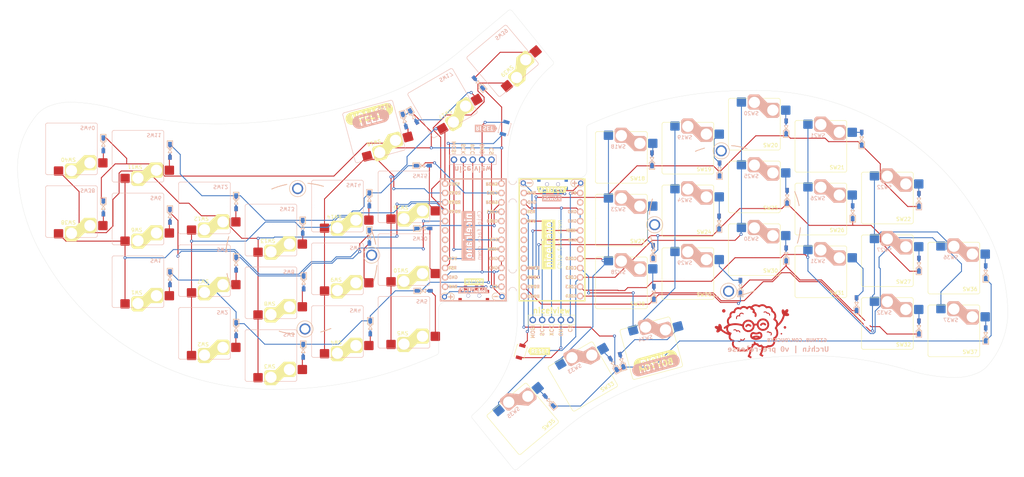
<source format=kicad_pcb>
(kicad_pcb (version 20221018) (generator pcbnew)
  (layers (0 "F.Cu" signal) (31 "B.Cu" signal) (34 "B.Paste" user) (35 "F.Paste" user) (36 "B.SilkS" user "B.Silkscreen") (37 "F.SilkS" user "F.Silkscreen") (38 "B.Mask" user) (39 "F.Mask" user) (44 "Edge.Cuts" user))
  (net 0 "")
  (net 1 "ROW0")
  (net 2 "Net-(D1-A)")
  (net 3 "Net-(D2-A)")
  (net 4 "Net-(D3-A)")
  (net 5 "Net-(D4-A)")
  (net 6 "Net-(D5-A)")
  (net 7 "ROW1")
  (net 8 "Net-(D6-A)")
  (net 9 "Net-(D7-A)")
  (net 10 "Net-(D8-A)")
  (net 11 "Net-(D9-A)")
  (net 12 "Net-(D10-A)")
  (net 13 "ROW2")
  (net 14 "Net-(D11-A)")
  (net 15 "Net-(D12-A)")
  (net 16 "Net-(D13-A)")
  (net 17 "Net-(D14-A)")
  (net 18 "Net-(D15-A)")
  (net 19 "ROW3")
  (net 20 "Net-(D16-A)")
  (net 21 "Net-(D17-A)")
  (net 22 "Net-(D18-A)")
  (net 23 "Net-(D19-A)")
  (net 24 "Net-(D20-A)")
  (net 25 "Net-(D21-A)")
  (net 26 "Net-(D22-A)")
  (net 27 "Net-(D23-A)")
  (net 28 "Net-(D24-A)")
  (net 29 "Net-(D25-A)")
  (net 30 "Net-(D26-A)")
  (net 31 "Net-(D27-A)")
  (net 32 "Net-(D28-A)")
  (net 33 "Net-(D29-A)")
  (net 34 "Net-(D30-A)")
  (net 35 "Net-(D31-A)")
  (net 36 "Net-(D32-A)")
  (net 37 "Net-(D33-A)")
  (net 38 "Net-(D34-A)")
  (net 39 "COL0")
  (net 40 "COL1")
  (net 41 "COL2")
  (net 42 "COL3")
  (net 43 "COL4")
  (net 44 "NVCS")
  (net 45 "Net-(D35-A)")
  (net 46 "GND")
  (net 47 "MOSI")
  (net 48 "SCK")
  (net 49 "Net-(D36-A)")
  (net 50 "Net-(D37-A)")
  (net 51 "Net-(D38-A)")
  (net 52 "Net-(D39-A)")
  (net 53 "+3V3")
  (net 54 "BT+")
  (net 55 "Net-(D40-A)")
  (net 61 "R_MOSI")
  (net 62 "R_SCK")
  (net 63 "R_3V3")
  (net 64 "R_GND")
  (net 65 "R_NVCS")
  (net 66 "R_ROW0")
  (net 67 "R_ROW1")
  (net 68 "R_ROW2")
  (net 69 "R_ROW3")
  (net 70 "R_COL0")
  (net 71 "R_COL1")
  (net 72 "R_COL2")
  (net 73 "R_COL3")
  (net 74 "R_COL4")
  (net 76 "R_BT+")
  (net 78 "RAW")
  (net 80 "R_RAW")
  (net 81 "RESET")
  (net 82 "R_RESET")
  (footprint "urchin-footprints:SMD_Diode_Tiny" (layer "F.Cu") (at 271.395895 133.942814 90)
    (fp_text reference "D19" hide)
    (fp_text value "diode" hide)
  )
  (footprint "urchin-footprints:SMD_Diode_Tiny" (layer "F.Cu") (at 309.876895 125.592564 90)
    (fp_text reference "D21" hide)
    (fp_text value "diode" hide)
  )
  (footprint "urchin-footprints:1pin_Battery" (layer "F.Cu") (at 218.264799 137.597414)
    (fp_text reference "BatGND1" hide)
    (fp_text value "MountingHole_Pad" hide)
  )
  (footprint "urchin-footprints:SMD_Diode_Tiny" (layer "F.Cu") (at 307.435627 145.510922 90)
    (fp_text reference "D26" hide)
    (fp_text value "diode" hide)
  )
  (footprint "urchin-footprints:SW_Hotswap_Kailh_Choc_V1_tweaked" (layer "F.Cu") (at 334.818651 177.662032)
    (fp_text reference "SW37")
    (fp_text value "Kailh-Choc")
  )
  (footprint "urchin-footprints:SW_Hotswap_Kailh_Choc_V1_tweaked" (layer "F.Cu") (at 262.819648 128.161538)
    (fp_text reference "SW19")
    (fp_text value "Kailh-Choc")
  )
  (footprint "urchin-footprints:SMD_Diode_Tiny" (layer "F.Cu") (at 242.693895 186.679564 120)
    (fp_text reference "D33" hide)
    (fp_text value "diode" hide)
  )
  (footprint "urchin-footprints:SW_Hotswap_Kailh_Choc_V1_tweaked" (layer "F.Cu") (at 316.818651 158.662032)
    (fp_text reference "SW27")
    (fp_text value "Kailh-Choc")
  )
  (footprint "urchin-footprints:SW_Hotswap_Kailh_Choc_V1_tweaked" (layer "F.Cu") (at 280.818649 138.661533)
    (fp_text reference "SW25")
    (fp_text value "Kailh-Choc")
  )
  (footprint "urchin-footprints:SMD_Diode_Tiny" (layer "F.Cu") (at 271.268895 148.325564 90)
    (fp_text reference "D24" hide)
    (fp_text value "diode" hide)
  )
  (footprint "urchin-footprints:SMD_Diode_Tiny" (layer "F.Cu") (at 253.418399 156.291814 90)
    (fp_text reference "D23" hide)
    (fp_text value "diode" hide)
  )
  (footprint "urchin-footprints:SMD_Diode_Tiny" (layer "F.Cu") (at 253.107895 131.180564 90)
    (fp_text reference "D18" hide)
    (fp_text value "diode" hide)
  )
  (footprint "urchin-footprints:SMD_Diode_Tiny" (layer "F.Cu") (at 343.444869 161.76977 90)
    (fp_text reference "D36" hide)
    (fp_text value "diode" hide)
  )
  (footprint "urchin-footprints:brain_copper" (layer "F.Cu") (at 280.416 177.8 5)
    (fp_text reference "G***" hide)
    (fp_text value "brain_copper" hide)
  )
  (footprint "urchin-footprints:SMD_Diode_Tiny" (layer "F.Cu") (at 225.28533 196.666036 130)
    (fp_text reference "D35" hide)
    (fp_text value "diode" hide)
  )
  (footprint "kibuzzard-6361375E" (layer "F.Cu") (at 176.600278 118.886707 -165)
    (fp_text reference "kibuzzard-6361375E" hide)
    (fp_text value "G***" hide)
  )
  (footprint "urchin-footprints:SW_Hotswap_Kailh_Choc_V1_tweaked" (layer "F.Cu") (at 298.818648 144.662031)
    (fp_text reference "SW26")
    (fp_text value "Kailh-Choc")
  )
  (footprint "urchin-footprints:SW_Hotswap_Kailh_Choc_V1_tweaked" (layer "F.Cu") (at 316.818653 141.662035)
    (fp_text reference "SW22")
    (fp_text value "Kailh-Choc")
  )
  (footprint "kibuzzard-63658823" (layer "F.Cu") (at 254.053399 185.755814 15)
    (fp_text reference "kibuzzard-63658823" hide)
    (fp_text value "G***" hide)
  )
  (footprint "urchin-footprints:SW_Hotswap_Kailh_Choc_V1_tweaked" (layer "F.Cu") (at 298.818648 161.662037)
    (fp_text reference "SW31")
    (fp_text value "Kailh-Choc")
  )
  (footprint "urchin-footprints:SW_Hotswap_Kailh_Choc_V1_tweaked" (layer "F.Cu") (at 316.818649 175.662035)
    (fp_text reference "SW32")
    (fp_text value "Kailh-Choc")
  )
  (footprint "kibuzzard-6365951E" (layer "F.Cu") (at 204.921278 164.352707 180)
    (fp_text reference "kibuzzard-6365951E" hide)
    (fp_text value "G***" hide)
  )
  (footprint "urchin-footprints:SMD_Diode_Tiny" (layer "F.Cu") (at 289.683895 141.340564 90)
    (fp_text reference "D25" hide)
    (fp_text value "diode" hide)
  )
  (footprint "urchin-footprints:SW_Hotswap_Kailh_Choc_V1_tweaked" (layer "F.Cu") (at 280.818652 121.661536)
    (fp_text reference "SW20")
    (fp_text value "Kailh-Choc")
  )
  (footprint "urchin-footprints:SW_Hotswap_Kailh_Choc_V1_tweaked" (layer "F.Cu") (at 244.818649 147.661538)
    (fp_text reference "SW23")
    (fp_text value "Kailh-Choc")
  )
  (footprint "urchin-footprints:SMD_Diode_Tiny" (layer "F.Cu") (at 325.370895 142.197564 90)
    (fp_text reference "D22" hide)
    (fp_text value "diode" hide)
  )
  (footprint "urchin-footprints:SW_Hotswap_Kailh_Choc_V1_tweaked" (layer "F.Cu") (at 252.919608 182.361235 15)
    (fp_text reference "SW34")
    (fp_text value "Kailh-Choc")
  )
  (footprint "urchin-footprints:SMD_Diode_Tiny" (layer "F.Cu") (at 325.370895 159.723564 90)
    (fp_text reference "D27" hide)
    (fp_text value "diode" hide)
  )
  (footprint "urchin-footprints:SW_Hotswap_Kailh_Choc_V1_tweaked" (layer "F.Cu") (at 244.818649 130.661535)
    (fp_text reference "SW18")
    (fp_text value "Kailh-Choc")
  )
  (footprint "urchin-footprints:SMD_Diode_Tiny" (layer "F.Cu") (at 325.370895 176.741564 90)
    (fp_text reference "D32" hide)
    (fp_text value "diode" hide)
  )
  (footprint "urchin-footprints:SMD_Diode_Tiny" (layer "F.Cu") (at 277.040399 165.727564 90)
    (fp_text reference "D29" hide)
    (fp_text value "diode" hide)
  )
  (footprint "kibuzzard-636588C8" (layer "F.Cu") (at 228.145399 154.259814 90)
    (fp_text reference "kibuzzard-636588C8" hide)
    (fp_text value "G***" hide)
  )
  (footprint "urchin-footprints:SMD_Diode_Tiny" (layer "F.Cu") (at 244.909399 185.755814 105)
    (fp_text reference "D34" hide)
    (fp_text value "diode" hide)
  )
  (footprint "urchin-footprints:SW_Hotswap_Kailh_Choc_V1_tweaked" (layer "F.Cu") (at 262.819651 162.161534)
    (fp_text reference "SW29")
    (fp_text value "Kailh-Choc")
  )
  (footprint "kibuzzard-63658865" (layer "F.Cu") (at 225.097399 154.259814 90)
    (fp_text reference "kibuzzard-63658865" hide)
    (fp_text value "G***" hide)
  )
  (footprint "urchin-footprints:SMD_Diode_Tiny" (layer "F.Cu") (at 289.429895 122.544564 90)
    (fp_text reference "D20" hide)
    (fp_text value "diode" hide)
  )
  (footprint "urchin-footprints:SMD_Diode_Tiny" (layer "F.Cu") (at 289.429895 156.961564 90)
    (fp_text reference "D30" hide)
    (fp_text value "diode" hide)
  )
  (footprint "urchin-footprints:SW_Hotswap_Kailh_Choc_V1_tweaked" (layer "F.Cu") (at 334.818651 160.662032)
    (fp_text reference "SW36")
    (fp_text value "Kailh-Choc")
  )
  (footprint "urchin-footprints:Tenting_Puck2_no_pads" (layer "F.Cu") (at 272.849399 147.909814 -177)
    (fp_text reference "REF_PUCK_R")
    (fp_text value "Tenting Puck")
  )
  (footprint "urchin-footprints:SMD_Diode_Tiny" (layer "F.Cu") (at 253.615895 167.375564 90)
    (fp_text reference "D28" hide)
    (fp_text value "diode" hide)
  )
  (footprint "urchin-footprints:SW_Hotswap_Kailh_Choc_V1_tweaked" (layer "F.Cu") (at 298.81865 127.662036)
    (fp_text reference "SW21")
    (fp_text value "Kailh-Choc")
  )
  (footprint "urchin-footprints:SMD_Diode_Tiny" (layer "F.Cu") (at 308.479895 170.423564 90)
    (fp_text reference "D31" hide)
    (fp_text value "diode" hide)
  )
  (footprint "urchin-footprints:SW_Hotswap_Kailh_Choc_V1_tweaked" (layer "F.Cu") (at 234.381685 190.040155 30)
    (fp_text reference "SW33")
    (fp_text value "Kailh-Choc")
  )
  (footprint "urchin-footprints:SW_Hotswap_Kailh_Choc_V1_tweaked" (layer "F.Cu") (at 262.819651 145.161533)
    (fp_text reference "SW24")
    (fp_text value "Kailh-Choc")
  )
  (footprint "urchin-footprints:nice_view" (layer "F.Cu") (at 225.929895 158.231564)
    (fp_text reference "Display2")
    (fp_text value "nice!view" hide)
  )
  (footprint "kibuzzard-63659465" (layer "F.Cu") (at 222.491999 183.200214)
    (fp_text reference "kibuzzard-63659465" hide)
    (fp_text value "G***" hide)
  )
  (footprint "urchin-footprints:1pin_Battery" (layer "F.Cu") (at 233.809599 137.622814 180)
    (fp_text reference "Bat+1" hide)
    (fp_text value "MountingHole_Pad" hide)
  )
  (footprint "urchin-footprints:SW_Hotswap_Kailh_Choc_V1_tweaked" (layer "F.Cu") (at 280.818649 155.661534)
    (fp_text reference "SW30")
    (fp_text value "Kailh-Choc")
  )
  (footprint "kibuzzard-636592CC" (layer "F.Cu") (at 226.053621 139.400814)
    (fp_text reference "kibuzzard-636592CC" hide)
    (fp_text value "G***" hide)
  )
  (footprint "urchin-footprints:smt-slider-switch" (layer "F.Cu") (at 204.870478 168.111907 180)
    (fp_text reference "SW_POWER0" hide)
    (fp_text value "SW_SPDT")
  )
  (footprint "urchin-footprints:SW_Hotswap_Kailh_Choc_V1_tweaked" (layer "F.Cu") (at 244.818646 164.661532)
    (fp_text reference "SW28")
    (fp_text value "Kailh-Choc")
  )
  (footprint "urchin-footprints:nice_nano" (layer "F.Cu") (at 204.731269 151.732475 90)
    (fp_text reference "U1" hide)
    (fp_text value "nice_nano" hide)
  )
  (footprint "urchin-footprints:SW_RESET" (layer "F.Cu") (at 217.570102 183.295843 74)
    (fp_text reference "RSW1" hide)
    (fp_text value "SW_Push")
  )
  (footprint "urchin-footprints:SW_Hotswap_Kailh_Choc_V1_tweaked" (layer "F.Cu") (at 218.118292 201.512701 40)
    (fp_text reference "SW35")
    (fp_text value "Kailh-Choc")
  )
  (footprint "urchin-footprints:SMD_Diode_Tiny" (layer "F.Cu") (at 343.448471 178.628168 90)
    (fp_text reference "D37" hide)
    (fp_text value "diode" hide)
  )
  (footprint "urchin-footprints:SW_Hotswap_Kailh_Choc_V1_tweaked" (layer "B.Cu") (at 95.964241 128.344911)
    (fp_text reference "SW40")
    (fp_text value "Kailh-Choc")
  )
  (footprint "urchin-footprints:1pin_Battery" (layer "B.Cu") (at 196.945678 168.442107)
    (fp_text reference "Bat+0" hide)
    (fp_text value "MountingHole_Pad" hide)
  )
  (footprint "urchin-footprints:SW_Hotswap_Kailh_Choc_V1_tweaked" (layer "B.Cu") (at 113.966239 147.345643)
    (fp_text reference "SW6")
    (fp_text value "Kailh-Choc")
  )
  (footprint "urchin-footprints:SMD_Diode_Tiny" (layer "B.Cu") (at 104.599845 144.227656 -90)
    (fp_text reference "D38" hide)
    (fp_text value "diode" hide)
  )
  (footprint "urchin-footprints:SW_Hotswap_Kailh_Choc_V1_tweaked" (layer "B.Cu") (at 131.966242 144.345638)
    (fp_text reference "SW12")
    (fp_text value "Kailh-Choc")
  )
  (footprint "urchin-footprints:SMD_Diode_Tiny" (layer "B.Cu") (at 191.206239 149.924142)
    (fp_text reference "D10" hide)
    (fp_text value "diode" hide)
  )
  (footprint "kibuzzard-63703FC3" (layer "B.Cu") (at 287.261999 182.692214 180)
    (fp_text reference "kibuzzard-63703FC3" hide)
    (fp_text value "G***" hide)
  )
  (footprint "urchin-footprints:SW_Hotswap_Kailh_Choc_V1_tweaked" (layer "B.Cu") (at 95.964084 145.345703)
    (fp_text reference "SW38")
    (fp_text value "Kailh-Choc")
  )
  (footprint "urchin-footprints:mouse-bite-5mm-slot-with-space-for-track" (layer "B.Cu") (at 215.395913 163.932324)
    (fp_text reference "mouse-bite-2mm-slot" hide)
    (fp_text value "VAL**" hide)
  )
  (footprint "urchin-footprints:nice_view" (layer "B.Cu") (at 204.584439 147.765142)
    (fp_text reference "Display1")
    (fp_text value "nice!view" hide)
  )
  (footprint "urchin-footprints:smt-slider-switch" (layer "B.Cu") (at 226.189599 137.927614 180)
    (fp_text reference "SW_POWER1" hide)
    (fp_text value "SW_SPDT")
  )
  (footprint "urchin-footprints:SW_RESET" (layer "B.Cu") (at 213.214788 122.711832 -106)
    (fp_text reference "RSW0" hide)
    (fp_text value "SW_Push")
  )
  (footprint "urchin-footprints:SMD_Diode_Tiny" (layer "B.Cu") (at 122.626239 163.418142 -90)
    (fp_text reference "D1" hide)
    (fp_text value "diode" hide)
  )
  (footprint "urchin-footprints:SMD_Diode_Tiny" (layer "B.Cu") (at 191.333239 166.815142)
    (fp_text reference "D5" hide)
    (fp_text value "diode" hide)
  )
  (footprint "urchin-footprints:SW_Hotswap_Kailh_Choc_V1_tweaked" (layer "B.Cu") (at 185.966241 158.346137)
    (fp_text reference "SW10")
    (fp_text value "Kailh-Choc")
  )
  (footprint "urchin-footprints:SW_Hotswap_Kailh_Choc_V1_tweaked" (layer "B.Cu") (at 167.965239 143.846141)
    (fp_text reference "SW14")
    (fp_text value "Kailh-Choc")
  )
  (footprint "kibuzzard-636588C8" (layer "B.Cu") (at 206.445278 151.779707 -90)
    (fp_text reference "kibuzzard-636588C8" hide)
    (fp_text value "G***" hide)
  )
  (footprint "urchin-footprints:SMD_Diode_Tiny" (layer "B.Cu") (at 191.079239 132.906142)
    (fp_text reference "D15" hide)
    (fp_text value "diode" hide)
  )
  (footprint "urchin-footprints:SMD_Diode_Tiny" (layer "B.Cu") (at 176.600278 152.160707 -90)
    (fp_text reference "D9" hide)
    (fp_text value "diode" hide)
  )
  (footprint "kibuzzard-63658830" (layer "B.Cu") (at 176.981278 120.283707 15)
    (fp_text reference "kibuzzard-63658830" hide)
    (fp_text value "G***" hide)
  )
  (footprint "urchin-footprints:SW_Hotswap_Kailh_Choc_V1_tweaked" (layer "B.Cu") (at 131.966242 161.345644)
    (fp_text reference "SW7")
    (fp_text value "Kailh-Choc")
  )
  (footprint "urchin-footprints:SW_Hotswap_Kailh_Choc_V1_tweaked" (layer "B.Cu") (at 196.403205 115.96752 30)
    (fp_text reference "SW17")
    (fp_text value "Kailh-Choc")
  )
  (footprint "urchin-footprints:SMD_Diode_Tiny" (layer "B.Cu") (at 176.855239 176.721142 -90)
    (fp_text reference "D4" hide)
    (fp_text value "diode" hide)
  )
  (footprint "kibuzzard-6365884B" (layer "B.Cu") (at 203.397278 151.906707 -90)
    (fp_text reference "kibuzzard-6365884B" hide)
    (fp_text value "G***" hide)
  )
  (footprint "urchin-footprints:SW_Hotswap_Kailh_Choc_V1_tweaked" (layer "B.Cu") (at 149.966241 167.346142)
    (fp_text reference "SW8")
    (fp_text value "Kailh-Choc")
  )
  (footprint "urchin-footprints:SW_Hotswap_Kailh_Choc_V1_tweaked" (layer "B.Cu") (at 212.666598 104.494974 40)
    (fp_text reference "SW39")
    (fp_text value "Kailh-Choc")
  )
  (footprint "urchin-footprints:SW_Hotswap_Kailh_Choc_V1_tweaked" (layer "B.Cu") (at 149.966241 150.346141)
    (fp_text reference "SW13")
    (fp_text value "Kailh-Choc")
  )
  (footprint "urchin-footprints:SW_Hotswap_Kailh_Choc_V1_tweaked" (layer "B.Cu") (at 185.966244 141.346143)
    (fp_text reference "SW15")
    (fp_text value "Kailh-Choc")
  )
  (footprint "urchin-footprints:SMD_Diode_Tiny" (layer "B.Cu") (at 188.539239 119.571142 -60)
    (fp_text reference "D17" hide)
    (fp_text value "diode" hide)
  )
  (footprint "urchin-footprints:SMD_Diode_Tiny" (layer "B.Cu") (at 122.626239 128.874142 -90)
    (fp_text reference "D11" hide)
    (fp_text value "diode" hide)
  )
  (footprint "kibuzzard-63659477" (layer "B.Cu") (at 208.191366 122.807461)
    (fp_text reference "kibuzzard-63659477" hide)
    (fp_text value "G***" hide)
  )
  (footprint "kibuzzard-6361375E" (layer "B.Cu") (at 254.180399 187.025814 -165)
    (fp_text reference "kibuzzard-6361375E" hide)
    (fp_text value "G***" hide)
  )
  (footprint "urchin-footprints:nice_nano" (layer "B.Cu") (at 226.053621 154.2752 -90)
    (fp_text reference "U2" hide)
    (fp_text value "nice_nano" hide)
  )
  (footprint "urchin-footprints:SMD_Diode_Tiny" (layer "B.Cu") (at 140.533239 177.229142 -90)
    (fp_text reference "D2" hide)
    (fp_text value "diode" hide)
  )
  (footprint "urchin-footprints:SMD_Diode_Tiny" (layer "B.Cu") (at 158.821239 164.549142 -90)
    (fp_text reference "D8" hide)
    (fp_text value "diode" hide)
  )
  (footprint "urchin-footprints:mouse-bite-5mm-slot-with-space-for-track" (layer "B.Cu") (at 215.398769 139.965936)
    (fp_text reference "mouse-bite-2mm-slot" hide)
    (fp_text value "VAL**" hide)
  )
  (footprint "kibuzzard-6365950B" (layer "B.Cu") (at 225.986399 141.686814 180)
    (fp_text reference "kibuzzard-6365950B" hide)
    (fp_text value "G***" hide)
  )
  (footprint "urchin-footprints:SMD_Diode_Tiny" (layer "B.Cu") (at 186.078142 120.666044 -75)
    (fp_text reference "D16" hide)
    (fp_text value "diode" hide)
  )
  (footprint "kibuzzard-63659328" (layer "B.Cu") (at 292.341999 180.152214 180)
    (fp_text reference "kibuzzard-63659328" hide)
    (fp_text value "G***" hide)
  )
  (footprint "urchin-footprints:SW_Hotswap_Kailh_Choc_V1_tweaked" (layer "B.Cu") (at 167.965239 160.846142)
    (fp_text reference "SW9")
    (fp_text value "Kailh-Choc")
  )
  (footprint "urchin-footprints:SW_Hotswap_Kailh_Choc_V1_tweaked" (layer "B.Cu") (at 185.966241 175.34614)
    (fp_text reference "SW5")
    (fp_text value "Kailh-Choc")
  )
  (footprint "urchin-footprints:SMD_Diode_Tiny" (layer "B.Cu") (at 158.694239 183.071142 -90)
    (fp_text reference "D3" hide)
    (fp_text value "diode" hide)
  )
  (footprint "urchin-footprints:SMD_Diode_Tiny" (layer "B.Cu") (at 176.601239 142.050142 -90)
    (fp_text reference "D14" hide)
    (fp_text value "diode" hide)
  )
  (footprint "urchin-footprints:SMD_Diode_Tiny" (layer "B.Cu") (at 158.566278 149.490707 -90)
    (fp_text reference "D13" hide)
    (fp_text value "diode" hide)
  )
  (footprint "urchin-footprints:SMD_Diode_Tiny" (layer "B.Cu") (at 140.533239 142.812142 -90)
    (fp_text reference "D12" hide)
    (fp_text value "diode" hide)
  )
  (footprint "urchin-footprints:SW_Hotswap_Kailh_Choc_V1_tweaked" (layer "B.Cu") (at 113.966241 130.34564)
    (fp_text reference "SW11")
    (fp_text value "Kailh-Choc")
  )
  (footprint "urchin-footprints:SMD_Diode_Tiny" (layer "B.Cu") (at 140.533239 159.449142 -90)
    (fp_text reference "D7" hide)
    (fp_text value "diode" hide)
  )
  (footprint "urchin-footprints:Tenting_Puck2_no_pads" (layer "B.Cu") (at 158.185278 158.129707 3)
    (fp_text reference "REF_PUCK_R")
    (fp_text value "Tenting Puck")
  )
  (footprint "kibuzzard-63659296" (layer "B.Cu") (at 204.731269 166.638707)
    (fp_text reference "kibuzzard-63659296" hide)
    (fp_text value "G***" hide)
  )
  (footprint "urchin-footprints:SMD_Diode_Tiny" (layer "B.Cu") (at 206.146225 110.549229 130)
    (fp_text reference "D39" hide)
    (fp_text value "diode" hide)
  )
  (footprint "urchin-footprints:SW_Hotswap_Kailh_Choc_V1_tweaked" (layer "B.Cu") (at 167.965242 177.846137)
    (fp_text reference "SW4")
    (fp_text value "Kailh-Choc")
  )
  (footprint "urchin-footprints:SMD_Diode_Tiny" (layer "B.Cu") (at 104.595106 127.125461 -90)
    (fp_text reference "D40" hide)
    (fp_text value "diode" hide)
  )
  (footprint "urchin-footprints:SW_Hotswap_Kailh_Choc_V1_tweaked" (layer "B.Cu") (at 131.96624 178.345639)
    (fp_text reference "SW2")
    (fp_text value "Kailh-Choc")
  )
  (footprint "urchin-footprints:SW_Hotswap_Kailh_Choc_V1_tweaked" (layer "B.Cu") (at 177.865282 123.64644 15)
    (fp_text reference "SW16")
    (fp_text value "Kailh-Choc")
  )
  (footprint "urchin-footprints:SW_Hotswap_Kailh_Choc_V1_tweaked" (layer "B.Cu") (at 149.966238 184.346139)
    (fp_text reference "SW3")
    (fp_text value "Kailh-Choc")
  )
  (footprint "urchin-footprints:SMD_Diode_Tiny" (layer "B.Cu") (at 122.625278 146.477707 -90)
    (fp_text reference "D6" hide)
    (fp_text value "diode" hide)
  )
  (footprint "urchin-footprints:SW_Hotswap_Kailh_Choc_V1_tweaked" (layer "B.Cu") (at 113.966237 164.34564)
    (fp_text reference "SW1")
    (fp_text value "Kailh-Choc")
  )
  (footprint "urchin-footprints:1pin_Battery" (layer "B.Cu") (at 212.515878 168.391307 180)
    (fp_text reference "BatGND0" hide)
    (fp_text value "MountingHole_Pad" hide)
  )
  (gr_arc (start 204.446727 201.351687) (mid 204.332496 200.851889) (end 204.57963 200.402677) (stroke (width 0.05)) (layer "Edge.Cuts"))
  (gr_arc (start 214.122325 169.407307) (mid 213.973051 169.721466) (end 213.647664 169.844387) (stroke (width 0.05)) (layer "Edge.Cuts"))
  (gr_line (start 213.647664 169.844388) (end 197.340872 169.845629) (stroke (width 0.05)) (layer "Edge.Cuts"))
  (gr_arc (start 216.523165 215.188306) (mid 216.018358 215.303739) (end 215.564678 215.05412) (stroke (width 0.05)) (layer "Edge.Cuts"))
  (gr_arc (start 341.391557 189.015737) (mid 338.357623 189.99036) (end 335.188077 190.319944) (stroke (width 0.05)) (layer "Edge.Cuts"))
  (gr_arc (start 255.790533 190.522107) (mid 278.48622 185.497058) (end 301.713527 184.581889) (stroke (width 0.05)) (layer "Edge.Cuts"))
  (gr_arc (start 174.994371 115.485584) (mid 152.298683 120.51062) (end 129.071377 121.425802) (stroke (width 0.05)) (layer "Edge.Cuts"))
  (gr_arc (start 301.713527 184.581889) (mid 311.703227 185.785923) (end 321.514535 188.017971) (stroke (width 0.05)) (layer "Edge.Cuts"))
  (gr_line (start 216.307074 161.401581) (end 216.662674 161.401581) (stroke (width 0.05)) (layer "Edge.Cuts"))
  (gr_line (start 233.444032 136.162062) (end 217.13724 136.163303) (stroke (width 0.05)) (layer "Edge.Cuts"))
  (gr_arc (start 216.307074 161.401581) (mid 215.384336 161.989223) (end 214.478274 161.376181) (stroke (width 0.05)) (layer "Edge.Cuts"))
  (gr_arc (start 201.459437 101.590268) (mid 188.997571 110.005741) (end 174.994371 115.485584) (stroke (width 0.05)) (layer "Edge.Cuts"))
  (gr_arc (start 214.122579 131.307307) (mid 217.435034 117.173303) (end 226.205275 105.605015) (stroke (width 0.05)) (layer "Edge.Cuts"))
  (gr_arc (start 89.393347 116.991954) (mid 92.427279 116.017319) (end 95.596827 115.687747) (stroke (width 0.05)) (layer "Edge.Cuts"))
  (gr_line (start 215.564678 215.05412) (end 205.102433 202.135576) (stroke (width 0.05)) (layer "Edge.Cuts"))
  (gr_line (start 214.261739 90.819385) (end 201.459437 101.590268) (stroke (width 0.05)) (layer "Edge.Cuts"))
  (gr_arc (start 343.740138 187.369246) (mid 342.638457 188.296061) (end 341.391556 189.015735) (stroke (width 0.05)) (layer "Edge.Cuts"))
  (gr_line (start 214.478274 161.376181) (end 214.122674 161.376181) (stroke (width 0.05)) (layer "Edge.Cuts"))
  (gr_line (start 235.443833 134.412041) (end 235.443833 122.536216) (stroke (width 0.05)) (layer "Edge.Cuts"))
  (gr_line (start 216.661214 142.509534) (end 216.662674 161.401581) (stroke (width 0.05)) (layer "Edge.Cuts"))
  (gr_line (start 214.476814 142.484134) (end 214.121214 142.484134) (stroke (width 0.05)) (layer "Edge.Cuts"))
  (gr_arc (start 89.004111 158.875588) (mid 83.648489 147.257029) (end 81.375948 134.666987) (stroke (width 0.05)) (layer "Edge.Cuts"))
  (gr_arc (start 235.883486 121.852684) (mid 257.503034 114.780759) (end 280.137927 112.527186) (stroke (width 0.05)) (layer "Edge.Cuts"))
  (gr_arc (start 226.338177 104.656004) (mid 226.452456 105.155831) (end 226.205274 105.605014) (stroke (width 0.05)) (layer "Edge.Cuts"))
  (gr_arc (start 216.662325 174.700384) (mid 213.349875 188.83439) (end 204.579629 200.402676) (stroke (width 0.05)) (layer "Edge.Cuts"))
  (gr_line (start 229.325467 204.417423) (end 216.523165 215.188306) (stroke (width 0.05)) (layer "Edge.Cuts"))
  (gr_arc (start 214.479286 166.446129) (mid 215.402024 165.858487) (end 216.308086 166.471529) (stroke (width 0.05)) (layer "Edge.Cuts"))
  (gr_arc (start 195.341071 183.471475) (mid 195.221565 183.877619) (end 194.90107 184.154236) (stroke (width 0.05)) (layer "Edge.Cuts"))
  (gr_arc (start 214.476814 142.484134) (mid 215.399552 141.896492) (end 216.305614 142.509534) (stroke (width 0.05)) (layer "Edge.Cuts"))
  (gr_arc (start 335.188077 190.319944) (mid 328.265887 189.676339) (end 321.514541 188.017948) (stroke (width 0.05)) (layer "Edge.Cuts"))
  (gr_line (start 225.682471 103.872115) (end 215.220226 90.953571) (stroke (width 0.05)) (layer "Edge.Cuts"))
  (gr_arc (start 349.408955 171.340704) (mid 348.161551 179.916253) (end 343.740139 187.369247) (stroke (width 0.05)) (layer "Edge.Cuts"))
  (gr_arc (start 341.780793 147.132103) (mid 347.136405 158.750664) (end 349.408956 171.340704) (stroke (width 0.05)) (layer "Edge.Cuts"))
  (gr_arc (start 87.044766 118.638445) (mid 88.146442 117.711622) (end 89.393348 116.991956) (stroke (width 0.05)) (layer "Edge.Cuts"))
  (gr_arc (start 150.646977 193.480505) (mid 115.155003 184.497833) (end 89.004111 158.875588) (stroke (width 0.05)) (layer "Edge.Cuts"))
  (gr_arc (start 280.137927 112.527186) (mid 315.629901 121.509858) (end 341.780793 147.132103) (stroke (width 0.05)) (layer "Edge.Cuts"))
  (gr_line (start 214.122325 169.407307) (end 214.123686 166.446129) (stroke (width 0.05)) (layer "Edge.Cuts"))
  (gr_arc (start 214.261739 90.819385) (mid 214.766532 90.703975) (end 215.220226 90.953571) (stroke (width 0.05)) (layer "Edge.Cuts"))
  (gr_line (start 216.309024 137.440198) (end 216.664624 137.440198) (stroke (width 0.05)) (layer "Edge.Cuts"))
  (gr_arc (start 216.309024 137.440198) (mid 215.386286 138.02784) (end 214.480224 137.414798) (stroke (width 0.05)) (layer "Edge.Cuts"))
  (gr_arc (start 229.325467 204.417423) (mid 241.787341 196.001967) (end 255.790533 190.522107) (stroke (width 0.05)) (layer "Edge.Cuts"))
  (gr_arc (start 194.901418 184.155007) (mid 173.28187 191.22693) (end 150.646977 193.480505) (stroke (width 0.05)) (layer "Edge.Cuts"))
  (gr_line (start 216.305614 142.509534) (end 216.661214 142.509534) (stroke (width 0.05)) (layer "Edge.Cuts"))
  (gr_arc (start 81.375949 134.666987) (mid 82.623349 126.091437) (end 87.044765 118.638444) (stroke (width 0.05)) (layer "Edge.Cuts"))
  (gr_arc (start 235.443833 122.536216) (mid 235.563328 122.130056) (end 235.883834 121.853455) (stroke (width 0.05)) (layer "Edge.Cuts"))
  (gr_arc (start 129.071377 121.425802) (mid 119.081675 120.221779) (end 109.270369 117.98972) (stroke (width 0.05)) (layer "Edge.Cuts"))
  (gr_line (start 214.122579 131.307307) (end 214.124624 137.414798) (stroke (width 0.05)) (layer "Edge.Cuts"))
  (gr_line (start 205.102433 202.135576) (end 204.446727 201.351687) (stroke (width 0.05)) (layer "Edge.Cuts"))
  (gr_line (start 226.338177 104.656004) (end 225.682471 103.872115) (stroke (width 0.05)) (layer "Edge.Cuts"))
  (gr_line (start 214.479286 166.446129) (end 214.123686 166.446129) (stroke (width 0.05)) (layer "Edge.Cuts"))
  (gr_arc (start 95.596827 115.687747) (mid 102.519016 116.331358) (end 109.270363 117.989743) (stroke (width 0.05)) (layer "Edge.Cuts"))
  (gr_line (start 216.662579 136.600384) (end 216.664624 137.440198) (stroke (width 0.05)) (layer "Edge.Cuts"))
  (gr_line (start 216.308086 166.471529) (end 216.663686 166.471529) (stroke (width 0.05)) (layer "Edge.Cuts"))
  (gr_arc (start 216.662579 136.600384) (mid 216.811826 136.286204) (end 217.13724 136.163304) (stroke (width 0.05)) (layer "Edge.Cuts"))
  (gr_line (start 216.663686 166.471529) (end 216.662325 174.700384) (stroke (width 0.05)) (layer "Edge.Cuts"))
  (gr_line (start 214.122674 161.376181) (end 214.121214 142.484134) (stroke (width 0.05)) (layer "Edge.Cuts"))
  (gr_arc (start 235.443859 134.412043) (mid 234.806406 135.701253) (end 233.444032 136.162061) (stroke (width 0.05)) (layer "Edge.Cuts"))
  (gr_arc (start 195.341071 171.59565) (mid 195.978538 170.306487) (end 197.340872 169.845629) (stroke (width 0.05)) (layer "Edge.Cuts"))
  (gr_line (start 214.480224 137.414798) (end 214.124624 137.414798) (stroke (width 0.05)) (layer "Edge.Cuts"))
  (gr_line (start 195.341071 183.471475) (end 195.341071 171.59565) (stroke (width 0.05)) (layer "Edge.Cuts"))
  (gr_text "ROW3" (at 209.747278 137.809707 180) (layer "B.SilkS") (effects (font (size 0.8 0.8)) (justify mirror)))
  (gr_text "MOSI" (at 220.779399 175.976814 -90) (layer "B.SilkS") (effects (font (size 1 1)) (justify right mirror)))
  (gr_text "VCC" (at 225.929895 176.011564 -90) (layer "B.SilkS") (effects (font (size 1 1)) (justify right mirror)))
  (gr_text "COL2" (at 231.193399 163.149814) (layer "B.SilkS") (effects (font (size 0.8 0.8)) (justify mirror)))
  (gr_text "CS" (at 230.939399 175.976814 -90) (layer "B.SilkS") (effects (font (size 1 1)) (justify right mirror)))
  (gr_text "COL4" (at 199.587278 137.809707 180) (layer "B.SilkS") (effects (font (size 0.8 0.8)) (justify mirror)))
  (gr_text "GND" (at 228.399399 175.976814 -90) (layer "B.SilkS") (effects (font (size 1 1)) (justify right mirror)))
  (gr_text "SCK" (at 223.319399 175.976814 -90) (layer "B.SilkS") (effects (font (size 1 1)) (justify right mirror)))
  (gr_text "nice!view" (at 204.616478 133.821907 180) (layer "B.SilkS") (effects (font (size 1.5 1.5) (thickness 0.3)) (justify mirror)))
  (gr_text "ROW3" (at 221.033399 168.356814) (layer "B.SilkS") (effects (font (size 0.8 0.8)) (justify mirror)))
  (gr_text "COL4" (at 231.193399 168.229814) (layer "B.SilkS") (effects (font (size 0.8 0.8)) (justify mirror)))
  (gr_text "ROW1" (at 209.747278 142.762707 180) (layer "B.SilkS") (effects (font (size 0.8 0.8)) (justify mirror)))
  (gr_text "VCC" (at 204.413278 129.985142 -90) (layer "F.SilkS") (effects (font (size 1 1)) (justify right)))
  (gr_text "ROW3" (at 209.745204 137.813831 180) (layer "F.SilkS") (effects (font (size 0.8 0.8))))
  (gr_text "COL4" (at 231.193399 168.229814) (layer "F.SilkS") (effects (font (size 0.8 0.8))))
  (gr_text "COL4" (at 199.587278 137.809707 180) (layer "F.SilkS") (effects (font (size 0.8 0.8))))
  (gr_text "GND" (at 207.080278 129.935707 -90) (layer "F.SilkS") (effects (font (size 1 1)) (justify right)))
  (gr_text "SCK" (at 202.000278 129.935707 -90) (layer "F.SilkS") (effects (font (size 1 1)) (justify right)))
  (gr_text "nice!view" (at 225.935599 172.166814) (layer "F.SilkS") (effects (font (size 1.5 1.5) (thickness 0.3))))
  (gr_text "ROW3" (at 221.033399 168.356814) (layer "F.SilkS") (effects (font (size 0.8 0.8))))
  (gr_text "MOSI" (at 199.460278 129.935707 -90) (layer "F.SilkS") (effects (font (size 1 1)) (justify right)))
  (gr_text "CS" (at 209.620278 130.062707 -90) (layer "F.SilkS") (effects (font (size 1 1)) (justify right)))
  (gr_text "ROW1" (at 209.747278 142.762707 180) (layer "F.SilkS") (effects (font (size 0.8 0.8))))
  (gr_text "COL2" (at 231.193399 163.149814) (layer "F.SilkS") (effects (font (size 0.8 0.8))))
  (segment (start 208.859239 145.686842) (end 208.939939 145.606142) (width 0.25) (layer "F.Cu") (net 1))
  (segment (start 208.859239 164.529142) (end 208.859239 145.686842) (width 0.25) (layer "F.Cu") (net 1))
  (via (at 208.939939 145.606142) (size 0.8) (drill 0.4) (layers "F.Cu" "B.Cu") (net 1))
  (via (at 208.859239 164.529142) (size 0.8) (drill 0.4) (layers "F.Cu" "B.Cu") (net 1))
  (segment (start 140.533239 172.530142) (end 140.533239 175.454142) (width 0.25) (layer "B.Cu") (net 1))
  (segment (start 140.533239 175.454142) (end 140.784239 175.705142) (width 0.25) (layer "B.Cu") (net 1))
  (segment (start 148.283239 181.296142) (end 158.694239 181.296142) (width 0.25) (layer "B.Cu") (net 1))
  (segment (start 174.562791 174.946142) (end 176.855239 174.946142) (width 0.25) (layer "B.Cu") (net 1))
  (segment (start 176.855239 174.946142) (end 176.855239 173.588249) (width 0.25) (layer "B.Cu") (net 1))
  (segment (start 131.897239 163.894142) (end 124.877239 163.894142) (width 0.25) (layer "B.Cu") (net 1))
  (segment (start 192.972117 164.501664) (end 190.658639 166.815142) (width 0.25) (layer "B.Cu") (net 1))
  (segment (start 158.694239 181.296142) (end 168.212791 181.296142) (width 0.25) (layer "B.Cu") (net 1))
  (segment (start 168.212791 181.296142) (end 174.562791 174.946142) (width 0.25) (layer "B.Cu") (net 1))
  (segment (start 124.877239 163.894142) (end 122.626239 161.643142) (width 0.25) (layer "B.Cu") (net 1))
  (segment (start 208.939939 145.606142) (end 209.163606 145.382475) (width 0.25) (layer "B.Cu") (net 1))
  (segment (start 131.897239 163.894142) (end 140.533239 172.530142) (width 0.25) (layer "B.Cu") (net 1))
  (segment (start 209.163606 145.382475) (end 212.351269 145.382475) (width 0.25) (layer "B.Cu") (net 1))
  (segment (start 208.831761 164.501664) (end 208.859239 164.529142) (width 0.25) (layer "B.Cu") (net 1))
  (segment (start 192.972117 164.501664) (end 208.831761 164.501664) (width 0.25) (layer "B.Cu") (net 1))
  (segment (start 183.628346 166.815142) (end 189.558239 166.815142) (width 0.25) (layer "B.Cu") (net 1))
  (segment (start 176.855239 173.588249) (end 183.628346 166.815142) (width 0.25) (layer "B.Cu") (net 1))
  (segment (start 140.784239 175.705142) (end 142.692239 175.705142) (width 0.25) (layer "B.Cu") (net 1))
  (segment (start 142.692239 175.705142) (end 148.283239 181.296142) (width 0.25) (layer "B.Cu") (net 1))
  (segment (start 122.466237 168.14564) (end 122.466237 165.353144) (width 0.25) (layer "F.Cu") (net 2))
  (segment (start 122.466237 165.353144) (end 122.626239 165.193142) (width 0.25) (layer "F.Cu") (net 2))
  (segment (start 140.46624 182.145639) (end 140.46624 179.071141) (width 0.25) (layer "F.Cu") (net 3))
  (segment (start 140.46624 179.071141) (end 140.533239 179.004142) (width 0.25) (layer "F.Cu") (net 3))
  (segment (start 158.466238 185.074143) (end 158.694239 184.846142) (width 0.25) (layer "F.Cu") (net 4))
  (segment (start 158.466238 188.146139) (end 158.466238 185.074143) (width 0.25) (layer "F.Cu") (net 4))
  (segment (start 176.855239 181.25614) (end 176.855239 178.496142) (width 0.25) (layer "F.Cu") (net 5))
  (segment (start 176.465242 181.646137) (end 176.855239 181.25614) (width 0.25) (layer "F.Cu") (net 5))
  (segment (start 194.466241 179.14614) (end 194.466241 168.173144) (width 0.25) (layer "F.Cu") (net 6))
  (segment (start 194.466241 168.173144) (end 193.108239 166.815142) (width 0.25) (layer "F.Cu") (net 6))
  (segment (start 173.997137 154.089248) (end 176.600278 151.486107) (width 0.25) (layer "F.Cu") (net 7))
  (segment (start 124.785239 147.768142) (end 122.625278 145.608181) (width 0.25) (layer "F.Cu") (net 7))
  (segment (start 210.388939 144.804805) (end 212.351269 142.842475) (width 0.25) (layer "F.Cu") (net 7))
  (segment (start 122.625278 145.608181) (end 122.625278 144.702707) (width 0.25) (layer "F.Cu") (net 7))
  (segment (start 124.785239 157.417142) (end 124.785239 147.768142) (width 0.25) (layer "F.Cu") (net 7))
  (segment (start 210.388939 149.162142) (end 210.388939 144.804805) (width 0.25) (layer "F.Cu") (net 7))
  (segment (start 173.997137 156.187207) (end 173.997137 154.089248) (width 0.25) (layer "F.Cu") (net 7))
  (via (at 173.997137 156.187207) (size 0.8) (drill 0.4) (layers "F.Cu" "B.Cu") (net 7))
  (via (at 210.388939 149.162142) (size 0.8) (drill 0.4) (layers "F.Cu" "B.Cu") (net 7))
  (via (at 124.785239 157.417142) (size 0.8) (drill 0.4) (layers "F.Cu" "B.Cu") (net 7))
  (segment (start 140.533239 157.674142) (end 140.657239 157.798142) (width 0.25) (layer "B.Cu") (net 7))
  (segment (start 141.675521 157.798142) (end 146.651521 162.774142) (width 0.25) (layer "B.Cu") (net 7))
  (segment (start 140.533239 156.65586) (end 140.533239 157.674142) (width 0.25) (layer "B.Cu") (net 7))
  (segment (start 124.785239 157.028246) (end 125.692362 156.121123) (width 0.25) (layer "B.Cu") (net 7))
  (segment (start 210.350083 149.123286) (end 210.388939 149.162142) (width 0.25) (layer "B.Cu") (net 7))
  (segment (start 125.692362 156.121123) (end 139.998502 156.121123) (width 0.25) (layer "B.Cu") (net 7))
  (segment (start 146.651521 162.774142) (end 158.821239 162.774142) (width 0.25) (layer "B.Cu") (net 7))
  (segment (start 158.821239 161.635838) (end 161.11585 159.341227) (width 0.25) (layer "B.Cu") (net 7))
  (segment (start 166.536338 159.341227) (end 167.822423 158.055142) (width 0.25) (layer "B.Cu") (net 7))
  (segment (start 139.998502 156.121123) (end 140.533239 156.65586) (width 0.25) (layer "B.Cu") (net 7))
  (segment (start 188.969674 150.385707) (end 189.431239 149.924142) (width 0.25) (layer "B.Cu") (net 7))
  (segment (start 140.657239 157.798142) (end 141.675521 157.798142) (width 0.25) (layer "B.Cu") (net 7))
  (segment (start 191.332495 149.123286) (end 210.350083 149.123286) (width 0.25) (layer "B.Cu") (net 7))
  (segment (start 158.821239 162.774142) (end 158.821239 161.635838) (width 0.25) (layer "B.Cu") (net 7))
  (segment (start 161.11585 159.341227) (end 166.536338 159.341227) (width 0.25) (layer "B.Cu") (net 7))
  (segment (start 172.129202 158.055142) (end 173.997137 156.187207) (width 0.25) (layer "B.Cu") (net 7))
  (segment (start 176.600278 150.385707) (end 188.969674 150.385707) (width 0.25) (layer "B.Cu") (net 7))
  (segment (start 167.822423 158.055142) (end 172.129202 158.055142) (width 0.25) (layer "B.Cu") (net 7))
  (segment (start 124.785239 157.417142) (end 124.785239 157.028246) (width 0.25) (layer "B.Cu") (net 7))
  (segment (start 190.531639 149.924142) (end 191.332495 149.123286) (width 0.25) (layer "B.Cu") (net 7))
  (segment (start 122.466239 148.411746) (end 122.625278 148.252707) (width 0.25) (layer "F.Cu") (net 8))
  (segment (start 122.466239 151.145643) (end 122.466239 148.411746) (width 0.25) (layer "F.Cu") (net 8))
  (segment (start 140.533239 165.078647) (end 140.533239 161.224142) (width 0.25) (layer "F.Cu") (net 9))
  (segment (start 140.466242 165.145644) (end 140.533239 165.078647) (width 0.25) (layer "F.Cu") (net 9))
  (segment (start 158.466241 171.146142) (end 158.466241 166.67914) (width 0.25) (layer "F.Cu") (net 10))
  (segment (start 158.466241 166.67914) (end 158.821239 166.324142) (width 0.25) (layer "F.Cu") (net 10))
  (segment (start 175.203278 163.384181) (end 176.465239 164.646142) (width 0.25) (layer "F.Cu") (net 11))
  (segment (start 175.203278 155.332707) (end 175.203278 163.384181) (width 0.25) (layer "F.Cu") (net 11))
  (segment (start 176.600278 153.935707) (end 175.203278 155.332707) (width 0.25) (layer "F.Cu") (net 11))
  (segment (start 194.466241 162.146137) (end 192.981239 160.661135) (width 0.25) (layer "F.Cu") (net 12))
  (segment (start 192.981239 160.661135) (end 192.981239 149.924142) (width 0.25) (layer "F.Cu") (net 12))
  (segment (start 191.770732 132.106631) (end 190.971221 132.906142) (width 0.25) (layer "F.Cu") (net 13))
  (segment (start 193.82875 132.106631) (end 191.770732 132.106631) (width 0.25) (layer "F.Cu") (net 13))
  (segment (start 193.82875 132.106631) (end 194.216728 132.106631) (width 0.25) (layer "F.Cu") (net 13))
  (segment (start 190.971221 132.906142) (end 190.404639 132.906142) (width 0.25) (layer "F.Cu") (net 13))
  (segment (start 194.216728 132.106631) (end 194.254239 132.144142) (width 0.25) (layer "F.Cu") (net 13))
  (via (at 194.254239 132.144142) (size 0.8) (drill 0.4) (layers "F.Cu" "B.Cu") (net 13))
  (segment (start 187.103799 132.906142) (end 189.304239 132.906142) (width 0.25) (layer "B.Cu") (net 13))
  (segment (start 131.265239 141.037142) (end 125.420239 135.192142) (width 0.25) (layer "B.Cu") (net 13))
  (segment (start 140.533239 141.037142) (end 131.265239 141.037142) (width 0.25) (layer "B.Cu") (net 13))
  (segment (start 170.912146 146.377187) (end 172.113626 145.175707) (width 0.25) (layer "B.Cu") (net 13))
  (segment (start 202.412572 140.302475) (end 212.351269 140.302475) (width 0.25) (layer "B.Cu") (net 13))
  (segment (start 125.420239 135.192142) (end 125.420239 129.893142) (width 0.25) (layer "B.Cu") (net 13))
  (segment (start 194.254239 132.144142) (end 202.412572 140.302475) (width 0.25) (layer "B.Cu") (net 13))
  (segment (start 158.566278 147.715707) (end 166.673626 147.715707) (width 0.25) (layer "B.Cu") (net 13))
  (segment (start 140.533239 141.037142) (end 141.701976 141.037142) (width 0.25) (layer "B.Cu") (net 13))
  (segment (start 175.203278 141.673103) (end 176.601239 140.275142) (width 0.25) (layer "B.Cu") (net 13))
  (segment (start 179.734799 140.275142) (end 187.103799 132.906142) (width 0.25) (layer "B.Cu") (net 13))
  (segment (start 125.420239 129.893142) (end 122.626239 127.099142) (width 0.25) (layer "B.Cu") (net 13))
  (segment (start 172.113626 145.175707) (end 173.938119 145.175707) (width 0.25) (layer "B.Cu") (net 13))
  (segment (start 173.938119 145.175707) (end 175.203278 143.910548) (width 0.25) (layer "B.Cu") (net 13))
  (segment (start 168.012147 146.377187) (end 170.912146 146.377187) (width 0.25) (layer "B.Cu") (net 13))
  (segment (start 166.673626 147.715707) (end 168.012147 146.377187) (width 0.25) (layer "B.Cu") (net 13))
  (segment (start 141.701976 141.037142) (end 148.380541 147.715707) (width 0.25) (layer "B.Cu") (net 13))
  (segment (start 148.380541 147.715707) (end 158.566278 147.715707) (width 0.25) (layer "B.Cu") (net 13))
  (segment (start 175.203278 143.910548) (end 175.203278 141.673103) (width 0.25) (layer "B.Cu") (net 13))
  (segment (start 176.601239 140.275142) (end 179.734799 140.275142) (width 0.25) (layer "B.Cu") (net 13))
  (segment (start 122.466241 130.80914) (end 122.626239 130.649142) (width 0.25) (layer "F.Cu") (net 14))
  (segment (start 122.466241 134.14564) (end 122.466241 130.80914) (width 0.25) (layer "F.Cu") (net 14))
  (segment (start 140.466242 148.145638) (end 140.466242 144.654139) (width 0.25) (layer "F.Cu") (net 15))
  (segment (start 140.466242 144.654139) (end 140.533239 144.587142) (width 0.25) (layer "F.Cu") (net 15))
  (segment (start 158.566278 151.265707) (end 158.566278 154.046104) (width 0.25) (layer "F.Cu") (net 16))
  (segment (start 158.566278 154.046104) (end 158.466241 154.146141) (width 0.25) (layer "F.Cu") (net 16))
  (segment (start 176.465239 147.646141) (end 176.465239 143.961142) (width 0.25) (layer "F.Cu") (net 17))
  (segment (start 176.465239 143.961142) (end 176.601239 143.825142) (width 0.25) (layer "F.Cu") (net 17))
  (segment (start 194.466244 145.146143) (end 192.854239 143.534138) (width 0.25) (layer "F.Cu") (net 18))
  (segment (start 192.854239 143.534138) (end 192.854239 132.906142) (width 0.25) (layer "F.Cu") (net 18))
  (segment (start 117.713679 132.42064) (end 117.888679 132.24564) (width 0.25) (layer "F.Cu") (net 19))
  (segment (start 104.855323 135.363253) (end 107.797936 132.42064) (width 0.25) (layer "F.Cu") (net 19))
  (segment (start 104.055323 141.604094) (end 104.055323 136.163253) (width 0.25) (layer "F.Cu") (net 19))
  (segment (start 110.909366 130.935461) (end 110.909366 132.42064) (width 0.25) (layer "F.Cu") (net 19))
  (segment (start 212.415239 117.037024) (end 212.415239 128.080142) (width 0.25) (layer "F.Cu") (net 19))
  (segment (start 193.374182 128.073151) (end 193.374182 123.710061) (width 0.25) (layer "F.Cu") (net 19))
  (segment (start 104.595106 125.350461) (end 105.324366 125.350461) (width 0.25) (layer "F.Cu") (net 19))
  (segment (start 120.204414 132.24564) (end 120.866241 132.907467) (width 0.25) (layer "F.Cu") (net 19))
  (segment (start 105.324366 125.350461) (end 110.909366 130.935461) (width 0.25) (layer "F.Cu") (net 19))
  (segment (start 188.651042 118.986921) (end 188.201939 118.986921) (width 0.25) (layer "F.Cu") (net 19))
  (segment (start 181.778424 126.809869) (end 183.041706 128.073151) (width 0.25) (layer "F.Cu") (net 19))
  (segment (start 104.861423 142.410194) (end 104.055323 141.604094) (width 0.25) (layer "F.Cu") (net 19))
  (segment (start 167.006589 135.72064) (end 175.91736 126.809869) (width 0.25) (layer "F.Cu") (net 19))
  (segment (start 120.866241 135.383813) (end 121.203068 135.72064) (width 0.25) (layer "F.Cu") (net 19))
  (segment (start 183.041706 128.073151) (end 193.374182 128.073151) (width 0.25) (layer "F.Cu") (net 19))
  (segment (start 212.351269 137.762475) (end 212.351269 128.144112) (width 0.25) (layer "F.Cu") (net 19))
  (segment (start 121.203068 135.72064) (end 167.006589 135.72064) (width 0.25) (layer "F.Cu") (net 19))
  (segment (start 212.351269 128.144112) (end 212.415239 128.080142) (width 0.25) (layer "F.Cu") (net 19))
  (segment (start 207.287173 111.908958) (end 212.415239 117.037024) (width 0.25) (layer "F.Cu") (net 19))
  (segment (start 120.866241 132.907467) (end 120.866241 135.383813) (width 0.25) (layer "F.Cu") (net 19))
  (segment (start 117.888679 132.24564) (end 120.204414 132.24564) (width 0.25) (layer "F.Cu") (net 19))
  (segment (start 107.797936 132.42064) (end 110.909366 132.42064) (width 0.25) (layer "F.Cu") (net 19))
  (segment (start 193.374182 123.710061) (end 188.651042 118.986921) (width 0.25) (layer "F.Cu") (net 19))
  (segment (start 175.91736 126.809869) (end 181.778424 126.809869) (width 0.25) (layer "F.Cu") (net 19))
  (segment (start 104.055323 136.163253) (end 104.855323 135.363253) (width 0.25) (layer "F.Cu") (net 19))
  (segment (start 110.909366 132.42064) (end 117.713679 132.42064) (width 0.25) (layer "F.Cu") (net 19))
  (via (at 193.374182 128.073151) (size 0.8) (drill 0.4) (layers "F.Cu" "B.Cu") (net 19))
  (via (at 212.415239 128.080142) (size 0.8) (drill 0.4) (layers "F.Cu" "B.Cu") (net 19))
  (segment (start 212.415239 128.080142) (end 193.381173 128.080142) (width 0.25) (layer "B.Cu") (net 19))
  (segment (start 193.381173 128.080142) (end 193.374182 128.073151) (width 0.25) (layer "B.Cu") (net 19))
  (segment (start 185.618738 118.951526) (end 186.73416 118.951526) (width 0.25) (layer "B.Cu") (net 19))
  (segment (start 186.73416 118.951526) (end 187.651739 118.033947) (width 0.25) (layer "B.Cu") (net 19))
  (segment (start 187.059164 122.90218) (end 186.537546 122.380562) (width 0.25) (layer "F.Cu") (net 20))
  (segment (start 187.059164 125.116996) (end 187.059164 122.90218) (width 0.25) (layer "F.Cu") (net 20))
  (segment (start 204.160239 113.094142) (end 205.664421 114.598324) (width 0.25) (layer "F.Cu") (net 21))
  (segment (start 205.664421 114.598324) (end 205.664421 115.008417) (width 0.25) (layer "F.Cu") (net 21))
  (via (at 204.160239 113.094142) (size 0.8) (drill 0.4) (layers "F.Cu" "B.Cu") (net 21))
  (segment (start 190.074934 120.460142) (end 195.905239 120.460142) (width 0.25) (layer "B.Cu") (net 21))
  (segment (start 189.426739 121.108337) (end 190.074934 120.460142) (width 0.25) (layer "B.Cu") (net 21))
  (segment (start 203.271239 113.094142) (end 204.160239 113.094142) (width 0.25) (layer "B.Cu") (net 21))
  (segment (start 195.905239 120.460142) (end 203.271239 113.094142) (width 0.25) (layer "B.Cu") (net 21))
  (segment (start 253.318649 126.861535) (end 253.318649 129.19481) (width 0.25) (layer "B.Cu") (net 22))
  (segment (start 253.318649 129.19481) (end 253.107895 129.405564) (width 0.25) (layer "B.Cu") (net 22))
  (segment (start 269.928399 125.752787) (end 271.319648 124.361538) (width 0.25) (layer "B.Cu") (net 23))
  (segment (start 271.395895 132.167814) (end 269.928399 130.700318) (width 0.25) (layer "B.Cu") (net 23))
  (segment (start 269.928399 130.700318) (end 269.928399 125.752787) (width 0.25) (layer "B.Cu") (net 23))
  (segment (start 289.318652 120.658321) (end 289.429895 120.769564) (width 0.25) (layer "B.Cu") (net 24))
  (segment (start 289.318652 117.861536) (end 289.318652 120.658321) (width 0.25) (layer "B.Cu") (net 24))
  (segment (start 309.832423 123.862036) (end 309.876895 123.817564) (width 0.25) (layer "B.Cu") (net 25))
  (segment (start 307.31865 123.862036) (end 309.832423 123.862036) (width 0.25) (layer "B.Cu") (net 25))
  (segment (start 325.318653 140.370322) (end 325.370895 140.422564) (width 0.25) (layer "B.Cu") (net 26))
  (segment (start 325.318653 137.862035) (end 325.318653 140.370322) (width 0.25) (layer "B.Cu") (net 26))
  (segment (start 251.894399 145.285788) (end 251.894399 152.992814) (width 0.25) (layer "B.Cu") (net 27))
  (segment (start 251.894399 152.992814) (end 253.418399 154.516814) (width 0.25) (layer "B.Cu") (net 27))
  (segment (start 253.318649 143.861538) (end 251.894399 145.285788) (width 0.25) (layer "B.Cu") (net 27))
  (segment (start 271.319651 146.499808) (end 271.268895 146.550564) (width 0.25) (layer "B.Cu") (net 28))
  (segment (start 271.319651 141.361533) (end 271.319651 146.499808) (width 0.25) (layer "B.Cu") (net 28))
  (segment (start 289.318649 139.200318) (end 289.683895 139.565564) (width 0.25) (layer "B.Cu") (net 29))
  (segment (start 289.318649 134.861533) (end 289.318649 139.200318) (width 0.25) (layer "B.Cu") (net 29))
  (segment (start 307.318648 143.618943) (end 307.435627 143.735922) (width 0.25) (layer "B.Cu") (net 30))
  (segment (start 307.318648 140.862031) (end 307.318648 143.618943) (width 0.25) (layer "B.Cu") (net 30))
  (segment (start 325.318651 155.89632) (end 325.370895 155.948564) (width 0.25) (layer "B.Cu") (net 31))
  (segment (start 325.370895 154.914276) (end 325.318651 154.862032) (width 0.25) (layer "B.Cu") (net 31))
  (segment (start 325.370895 157.948564) (end 325.370895 154.914276) (width 0.25) (layer "B.Cu") (net 31))
  (segment (start 253.318646 160.861532) (end 253.318646 165.303315) (width 0.25) (layer "B.Cu") (net 32))
  (segment (start 253.318646 165.303315) (end 253.615895 165.600564) (width 0.25) (layer "B.Cu") (net 32))
  (segment (start 271.319651 158.361534) (end 271.319651 160.19332) (width 0.25) (layer "B.Cu") (net 33))
  (segment (start 271.319651 160.19332) (end 275.078895 163.952564) (width 0.25) (layer "B.Cu") (net 33))
  (segment (start 275.078895 163.952564) (end 277.040399 163.952564) (width 0.25) (layer "B.Cu") (net 33))
  (segment (start 289.318649 151.861534) (end 289.318649 155.075318) (width 0.25) (layer "B.Cu") (net 34))
  (segment (start 289.318649 155.075318) (end 289.429895 155.186564) (width 0.25) (layer "B.Cu") (net 34))
  (segment (start 310.24316 160.786549) (end 307.318648 157.862037) (width 0.25) (layer "B.Cu") (net 35))
  (segment (start 310.24316 166.885299) (end 310.24316 160.786549) (width 0.25) (layer "B.Cu") (net 35))
  (segment (start 308.479895 168.648564) (end 310.24316 166.885299) (width 0.25) (layer "B.Cu") (net 35))
  (segment (start 325.370895 174.966564) (end 325.370895 171.914281) (width 0.25) (layer "B.Cu") (net 36))
  (segment (start 325.318649 172.914318) (end 325.370895 172.966564) (width 0.25) (layer "B.Cu") (net 36))
  (segment (start 325.370895 171.914281) (end 325.318649 171.862035) (width 0.25) (layer "B.Cu") (net 36))
  (segment (start 239.842901 183.178875) (end 241.806395 185.142369) (width 0.25) (layer "B.Cu") (net 37))
  (segment (start 239.842901 182.499258) (end 239.842901 183.178875) (width 0.25) (layer "B.Cu") (net 37))
  (segment (start 248.450477 180.040814) (end 257.228399 180.040814) (width 0.25) (layer "B.Cu") (net 38))
  (segment (start 260.146465 177.122748) (end 260.146465 176.490755) (width 0.25) (layer "B.Cu") (net 38))
  (segment (start 257.228399 180.040814) (end 260.146465 177.122748) (width 0.25) (layer "B.Cu") (net 38))
  (segment (start 244.449995 184.041296) (end 248.450477 180.040814) (width 0.25) (layer "B.Cu") (net 38))
  (segment (start 110.466239 170.345638) (end 110.466239 153.345643) (width 0.25) (layer "F.Cu") (net 39))
  (segment (start 94.464024 153.345643) (end 110.466239 153.345643) (width 0.25) (layer "F.Cu") (net 39))
  (segment (start 191.205278 147.969707) (end 191.25251 147.922475) (width 0.25) (layer "F.Cu") (net 39))
  (segment (start 191.205278 155.462707) (end 191.205278 147.969707) (width 0.25) (layer "F.Cu") (net 39))
  (segment (start 110.466237 170.34564) (end 110.466239 170.345638) (width 0.25) (layer "F.Cu") (net 39))
  (segment (start 92.464084 151.345703) (end 94.464024 153.345643) (width 0.25) (layer "F.Cu") (net 39))
  (segment (start 110.466239 136.345642) (end 110.466241 136.34564) (width 0.25) (layer "F.Cu") (net 39))
  (segment (start 110.466239 153.345643) (end 110.466239 136.345642) (width 0.25) (layer "F.Cu") (net 39))
  (via (at 110.466239 157.862142) (size 0.8) (drill 0.4) (layers "F.Cu" "B.Cu") (net 39))
  (via (at 191.205278 155.462707) (size 0.8) (drill 0.4) (layers "F.Cu" "B.Cu") (net 39))
  (via (at 191.25251 147.922475) (size 0.8) (drill 0.4) (layers "F.Cu" "B.Cu") (net 39))
  (segment (start 140.152239 155.639142) (end 123.538625 155.639142) (width 0.25) (layer "B.Cu") (net 39))
  (segment (start 191.25251 147.922475) (end 197.111269 147.922475) (width 0.25) (layer "B.Cu") (net 39))
  (segment (start 160.929652 158.891707) (end 157.496737 162.324622) (width 0.25) (layer "B.Cu") (net 39))
  (segment (start 190.951278 155.208707) (end 173.933278 155.208707) (width 0.25) (layer "B.Cu") (net 39))
  (segment (start 146.837719 162.324622) (end 140.152239 155.639142) (width 0.25) (layer "B.Cu") (net 39))
  (segment (start 123.538625 155.639142) (end 121.315625 157.862142) (width 0.25) (layer "B.Cu") (net 39))
  (segment (start 166.35014 158.891707) (end 160.929652 158.891707) (width 0.25) (layer "B.Cu") (net 39))
  (segment (start 191.205278 155.462707) (end 190.951278 155.208707) (width 0.25) (layer "B.Cu") (net 39))
  (segment (start 171.536363 157.605622) (end 167.636225 157.605622) (width 0.25) (layer "B.Cu") (net 39))
  (segment (start 157.496737 162.324622) (end 146.837719 162.324622) (width 0.25) (layer "B.Cu") (net 39))
  (segment (start 121.315625 157.862142) (end 110.466239 157.862142) (width 0.25) (layer "B.Cu") (net 39))
  (segment (start 167.636225 157.605622) (end 166.35014 158.891707) (width 0.25) (layer "B.Cu") (net 39))
  (segment (start 173.933278 155.208707) (end 171.536363 157.605622) (width 0.25) (layer "B.Cu") (net 39))
  (segment (start 195.909969 125.20829) (end 195.909969 136.77435) (width 0.25) (layer "F.Cu") (net 40))
  (segment (start 204.109611 119.17707) (end 197.351953 119.17707) (width 0.25) (layer "F.Cu") (net 40))
  (segment (start 193.915656 123.213977) (end 195.909969 125.20829) (width 0.25) (layer "F.Cu") (net 40))
  (segment (start 128.46624 184.345639) (end 128.46624 167.345646) (width 0.25) (layer "F.Cu") (net 40))
  (segment (start 206.350541 110.512403) (end 205.970861 110.892083) (width 0.25) (layer "F.Cu") (net 40))
  (segment (start 205.970861 110.892083) (end 205.970861 112.676014) (width 0.25) (layer "F.Cu") (net 40))
  (segment (start 193.915656 122.613367) (end 193.915656 123.213977) (width 0.25) (layer "F.Cu") (net 40))
  (segment (start 207.669149 115.617532) (end 204.109611 119.17707) (width 0.25) (layer "F.Cu") (net 40))
  (segment (start 128.466242 167.345644) (end 128.466242 153.351145) (width 0.25) (layer "F.Cu") (net 40))
  (segment (start 128.46624 167.345646) (end 128.466242 167.345644) (width 0.25) (layer "F.Cu") (net 40))
  (segment (start 213.902168 111.280997) (end 213.133574 110.512403) (width 0.25) (layer "F.Cu") (net 40))
  (segment (start 128.466242 153.351145) (end 128.466242 150.345638) (width 0.25) (layer "F.Cu") (net 40))
  (segment (start 193.459366 139.224953) (end 193.459366 141.301092) (width 0.25) (layer "F.Cu") (net 40))
  (segment (start 197.351953 119.17707) (end 193.915656 122.613367) (width 0.25) (layer "F.Cu") (net 40))
  (segment (start 213.133574 110.512403) (end 206.350541 110.512403) (width 0.25) (layer "F.Cu") (net 40))
  (segment (start 197.111269 144.952995) (end 197.111269 145.382475) (width 0.25) (layer "F.Cu") (net 40))
  (segment (start 205.970861 112.676014) (end 207.669149 114.374302) (width 0.25) (layer "F.Cu") (net 40))
  (segment (start 193.459366 141.301092) (end 197.111269 144.952995) (width 0.25) (layer "F.Cu") (net 40))
  (segment (start 195.909969 136.77435) (end 193.459366 139.224953) (width 0.25) (layer "F.Cu") (net 40))
  (segment (start 207.669149 114.374302) (end 207.669149 115.617532) (width 0.25) (layer "F.Cu") (net 40))
  (via (at 128.466242 153.351145) (size 0.8) (drill 0.4) (layers "F.Cu" "B.Cu") (net 40))
  (segment (start 157.922767 149.612196) (end 165.412855 149.612196) (width 0.25) (layer "B.Cu") (net 40))
  (segment (start 156.475798 148.165227) (end 157.922767 149.612196) (width 0.25) (layer "B.Cu") (net 40))
  (segment (start 194.863456 143.134662) (end 197.111269 145.382475) (width 0.25) (layer "B.Cu") (net 40))
  (segment (start 148.449601 148.165227) (end 156.475798 148.165227) (width 0.25) (layer "B.Cu") (net 40))
  (segment (start 183.127674 145.683707) (end 184.941197 143.870184) (width 0.25) (layer "B.Cu") (net 40))
  (segment (start 188.027114 143.134662) (end 194.863456 143.134662) (width 0.25) (layer "B.Cu") (net 40))
  (segment (start 172.241344 145.683707) (end 183.127674 145.683707) (width 0.25) (layer "B.Cu") (net 40))
  (segment (start 187.291592 143.870184) (end 188.027114 143.134662) (width 0.25) (layer "B.Cu") (net 40))
  (segment (start 143.263683 153.351145) (end 148.449601 148.165227) (width 0.25) (layer "B.Cu") (net 40))
  (segment (start 165.412855 149.612196) (end 168.198344 146.826707) (width 0.25) (layer "B.Cu") (net 40))
  (segment (start 184.941197 143.870184) (end 187.291592 143.870184) (width 0.25) (layer "B.Cu") (net 40))
  (segment (start 171.098344 146.826707) (end 172.241344 145.683707) (width 0.25) (layer "B.Cu") (net 40))
  (segment (start 168.198344 146.826707) (end 171.098344 146.826707) (width 0.25) (layer "B.Cu") (net 40))
  (segment (start 128.466242 153.351145) (end 143.263683 153.351145) (width 0.25) (layer "B.Cu") (net 40))
  (segment (start 146.466238 190.346139) (end 146.466238 173.346145) (width 0.25) (layer "F.Cu") (net 41))
  (segment (start 109.438679 134.34564) (end 116.479235 134.34564) (width 0.25) (layer "F.Cu") (net 41))
  (segment (start 146.502239 152.591142) (end 146.502239 156.310143) (width 0.25) (layer "F.Cu") (net 41))
  (segment (start 125.204233 143.070638) (end 127.756749 143.070638) (width 0.25) (layer "F.Cu") (net 41))
  (segment (start 116.479235 134.34564) (end 125.204233 143.070638) (width 0.25) (layer "F.Cu") (net 41))
  (segment (start 142.073573 152.591142) (end 146.502239 152.591142) (width 0.25) (layer "F.Cu") (net 41))
  (segment (start 138.866242 149.383811) (end 142.073573 152.591142) (width 0.25) (layer "F.Cu") (net 41))
  (segment (start 137.753248 146.245638) (end 138.866242 147.358632) (width 0.25) (layer "F.Cu") (net 41))
  (segment (start 146.466238 173.346145) (end 146.466241 173.346142) (width 0.25) (layer "F.Cu") (net 41))
  (segment (start 108.866241 134.918078) (end 109.438679 134.34564) (width 0.25) (layer "F.Cu") (net 41))
  (segment (start 184.094239 151.97164) (end 184.066723 151.944124) (width 0.25) (layer "F.Cu") (net 41))
  (segment (start 98.039084 148.907709) (end 98.039084 139.919754) (width 0.25) (layer "F.Cu") (net 41))
  (segment (start 138.866242 147.358632) (end 138.866242 149.383811) (width 0.25) (layer "F.Cu") (net 41))
  (segment (start 135.944644 146.480231) (end 136.179236 146.245638) (width 0.25) (layer "F.Cu") (net 41))
  (segment (start 146.502239 156.310143) (end 146.466241 156.346141) (width 0.25) (layer "F.Cu") (net 41))
  (segment (start 100.177078 151.045703) (end 98.039084 148.907709) (width 0.25) (layer "F.Cu") (net 41))
  (segment (start 184.066723 151.944124) (end 184.066723 143.347658) (width 0.25) (layer "F.Cu") (net 41))
  (segment (start 136.179236 146.245638) (end 137.753248 146.245638) (width 0.25) (layer "F.Cu") (net 41))
  (segment (start 131.166341 146.48023) (end 135.944644 146.480231) (width 0.25) (layer "F.Cu") (net 41))
  (segment (start 108.866241 140.374951) (end 108.866241 134.918078) (width 0.25) (layer "F.Cu") (net 41))
  (segment (start 105.402257 151.045703) (end 100.177078 151.045703) (width 0.25) (layer "F.Cu") (net 41))
  (segment (start 98.039084 139.919754) (end 92.464241 134.344911) (width 0.25) (layer "F.Cu") (net 41))
  (segment (start 146.466241 173.346142) (end 146.466241 156.346141) (width 0.25) (layer "F.Cu") (net 41))
  (segment (start 107.191239 149.256721) (end 105.402257 151.045703) (width 0.25) (layer "F.Cu") (net 41))
  (segment (start 108.866241 140.374951) (end 107.191239 142.049953) (width 0.25) (layer "F.Cu") (net 41))
  (segment (start 184.066723 143.347658) (end 184.094239 143.320142) (width 0.25) (layer "F.Cu") (net 41))
  (segment (start 127.756749 143.070638) (end 131.166341 146.48023) (width 0.25) (layer "F.Cu") (net 41))
  (segment (start 107.191239 142.049953) (end 107.191239 149.256721) (width 0.25) (layer "F.Cu") (net 41))
  (via (at 184.094239 143.320142) (size 0.8) (drill 0.4) (layers "F.Cu" "B.Cu") (net 41))
  (via (at 184.094239 151.97164) (size 0.8) (drill 0.4) (layers "F.Cu" "B.Cu") (net 41))
  (via (at 146.502239 152.591142) (size 0.8) (drill 0.4) (layers "F.Cu" "B.Cu") (net 41))
  (segment (start 184.094239 151.97164) (end 183.819259 152.24662) (width 0.25) (layer "B.Cu") (net 41))
  (segment (start 196.953936 142.685142) (end 197.111269 142.842475) (width 0.25) (layer "B.Cu") (net 41))
  (segment (start 146.629239 152.464142) (end 146.502239 152.591142) (width 0.25) (layer "B.Cu") (net 41))
  (segment (start 150.693239 152.464142) (end 146.629239 152.464142) (width 0.25) (layer "B.Cu") (net 41))
  (segment (start 187.840916 142.685142) (end 187.105394 143.420664) (width 0.25) (layer "B.Cu") (net 41))
  (segment (start 183.819259 152.24662) (end 150.910761 152.24662) (width 0.25) (layer "B.Cu") (net 41))
  (segment (start 187.840916 142.685142) (end 196.953936 142.685142) (width 0.25) (layer "B.Cu") (net 41))
  (segment (start 187.105394 143.420664) (end 184.194761 143.420664) (width 0.25) (layer "B.Cu") (net 41))
  (segment (start 184.194761 143.420664) (end 184.094239 143.320142) (width 0.25) (layer "B.Cu") (net 41))
  (segment (start 150.910761 152.24662) (end 150.693239 152.464142) (width 0.25) (layer "B.Cu") (net 41))
  (segment (start 164.465242 166.846145) (end 164.465239 166.846142) (width 0.25) (layer "F.Cu") (net 42))
  (segment (start 164.465242 183.846137) (end 164.465242 166.846145) (width 0.25) (layer "F.Cu") (net 42))
  (segment (start 164.465239 149.846141) (end 164.465239 141.920079) (width 0.25) (layer "F.Cu") (net 42))
  (segment (start 178.758634 131.244923) (end 176.934517 131.244923) (width 0.25) (layer "F.Cu") (net 42))
  (segment (start 183.205239 135.691528) (end 178.758634 131.244923) (width 0.25) (layer "F.Cu") (net 42))
  (segment (start 164.465239 149.846141) (end 164.465239 166.846142) (width 0.25) (layer "F.Cu") (net 42))
  (segment (start 176.934517 131.244923) (end 176.037456 130.347862) (width 0.25) (layer "F.Cu") (net 42))
  (segment (start 183.205239 139.129142) (end 183.205239 135.691528) (width 0.25) (layer "F.Cu") (net 42))
  (segment (start 164.465239 141.920079) (end 176.037456 130.347862) (width 0.25) (layer "F.Cu") (net 42))
  (via (at 183.205239 139.129142) (size 0.8) (drill 0.4) (layers "F.Cu" "B.Cu") (net 42))
  (segment (start 191.460239 139.129142) (end 183.205239 139.129142) (width 0.25) (layer "B.Cu") (net 42))
  (segment (start 192.633572 140.302475) (end 191.460239 139.129142) (width 0.25) (layer "B.Cu") (net 42))
  (segment (start 197.111269 140.302475) (end 192.633572 140.302475) (width 0.25) (layer "B.Cu") (net 42))
  (segment (start 182.466241 164.346137) (end 182.466241 147.346146) (width 0.25) (layer "F.Cu") (net 43))
  (segment (start 196.372116 122.913672) (end 197.048239 123.589795) (width 0.25) (layer "F.Cu") (net 43))
  (segment (start 194.640656 122.913672) (end 196.372116 122.913672) (width 0.25) (layer "F.Cu") (net 43))
  (segment (start 182.443239 135.954142) (end 182.466244 135.977147) (width 0.25) (layer "F.Cu") (net 43))
  (segment (start 182.466241 147.346146) (end 182.466244 147.346143) (width 0.25) (layer "F.Cu") (net 43))
  (segment (start 197.048239 123.589795) (end 197.048239 137.699445) (width 0.25) (layer "F.Cu") (net 43))
  (segment (start 197.048239 137.699445) (end 197.111269 137.762475) (width 0.25) (layer "F.Cu") (net 43))
  (segment (start 182.466244 135.977147) (end 182.466244 147.346143) (width 0.25) (layer "F.Cu") (net 43))
  (segment (start 182.466241 181.34614) (end 182.466241 164.346137) (width 0.25) (layer "F.Cu") (net 43))
  (via (at 194.640656 122.913672) (size 0.8) (drill 0.4) (layers "F.Cu" "B.Cu") (net 43))
  (via (at 182.443239 135.954142) (size 0.8) (drill 0.4) (layers "F.Cu" "B.Cu") (net 43))
  (segment (start 194.340709 122.913672) (end 194.640656 122.913672) (width 0.25) (layer "B.Cu") (net 43))
  (segment (start 183.420081 135.954142) (end 186.807186 132.567037) (width 0.25) (layer "B.Cu") (net 43))
  (segment (start 186.807186 130.447195) (end 194.340709 122.913672) (width 0.25) (layer "B.Cu") (net 43))
  (segment (start 186.807186 132.567037) (end 186.807186 130.447195) (width 0.25) (layer "B.Cu") (net 43))
  (segment (start 182.443239 135.954142) (end 183.420081 135.954142) (width 0.25) (layer "B.Cu") (net 43))
  (segment (start 209.664439 165.628942) (end 209.664439 131.285142) (width 0.25) (layer "F.Cu") (net 44))
  (segment (start 209.621239 165.672142) (end 209.664439 165.628942) (width 0.25) (layer "F.Cu") (net 44))
  (via (at 209.621239 165.672142) (size 0.8) (drill 0.4) (layers "F.Cu" "B.Cu") (net 44))
  (segment (start 209.621239 165.672142) (end 209.651572 165.702475) (width 0.25) (layer "B.Cu") (net 44))
  (segment (start 209.651572 165.702475) (end 212.351269 165.702475) (width 0.25) (layer "B.Cu") (net 44))
  (segment (start 222.187077 193.349002) (end 222.187077 193.138037) (width 0.25) (layer "B.Cu") (net 45))
  (segment (start 224.144382 195.306307) (end 222.187077 193.349002) (width 0.25) (layer "B.Cu") (net 45))
  (segment (start 207.124439 161.691942) (end 207.124439 131.285142) (width 0.25) (layer "F.Cu") (net 46))
  (segment (start 210.388939 166.264368) (end 210.388939 161.691942) (width 0.25) (layer "F.Cu") (net 46))
  (segment (start 207.124439 121.969109) (end 207.124439 131.285142) (width 0.25) (layer "F.Cu") (net 46))
  (segment (start 212.515878 168.391307) (end 210.388939 166.264368) (width 0.25) (layer "F.Cu") (net 46))
  (segment (start 212.351269 158.082475) (end 212.351269 160.622475) (width 0.25) (layer "F.Cu") (net 46))
  (segment (start 207.946241 121.147307) (end 207.124439 121.969109) (width 0.25) (layer "F.Cu") (net 46))
  (via (at 207.124439 161.691942) (size 0.8) (drill 0.4) (layers "F.Cu" "B.Cu") (net 46))
  (via (at 207.946241 121.147307) (size 0.8) (drill 0.4) (layers "F.Cu" "B.Cu") (net 46))
  (via (at 210.388939 161.691942) (size 0.8) (drill 0.4) (layers "F.Cu" "B.Cu") (net 46))
  (segment (start 211.281802 161.691942) (end 212.351269 160.622475) (width 0.25) (layer "B.Cu") (net 46))
  (segment (start 207.124439 161.691942) (end 211.281802 161.691942) (width 0.25) (layer "B.Cu") (net 46))
  (segment (start 207.946241 121.147307) (end 213.613752 121.147307) (width 0.25) (layer "B.Cu") (net 46))
  (segment (start 207.124439 161.691942) (end 198.581802 161.691942) (width 0.25) (layer "B.Cu") (net 46))
  (segment (start 198.581802 161.691942) (end 197.111269 163.162475) (width 0.25) (layer "B.Cu") (net 46))
  (segment (start 213.613752 121.147307) (end 213.683372 121.077687) (width 0.25) (layer "B.Cu") (net 46))
  (segment (start 199.504439 155.595942) (end 199.461239 155.639142) (width 0.25) (layer "F.Cu") (net 47))
  (segment (start 199.504439 131.285142) (end 199.504439 155.595942) (width 0.25) (layer "F.Cu") (net 47))
  (via (at 199.461239 155.639142) (size 0.8) (drill 0.4) (layers "F.Cu" "B.Cu") (net 47))
  (segment (start 199.557906 155.542475) (end 212.351269 155.542475) (width 0.25) (layer "B.Cu") (net 47))
  (segment (start 199.461239 155.639142) (end 199.557906 155.542475) (width 0.25) (layer "B.Cu") (net 47))
  (segment (start 202.044439 152.888342) (end 202.044439 131.285142) (width 0.25) (layer "F.Cu") (net 48))
  (segment (start 202.128239 152.972142) (end 202.044439 152.888342) (width 0.25) (layer "F.Cu") (net 48))
  (via (at 202.128239 152.972142) (size 0.8) (drill 0.4) (layers "F.Cu" "B.Cu") (net 48))
  (segment (start 202.158572 153.002475) (end 212.351269 153.002475) (width 0.25) (layer "B.Cu") (net 48))
  (segment (start 202.128239 152.972142) (end 202.158572 153.002475) (width 0.25) (layer "B.Cu") (net 48))
  (segment (start 343.318651 159.868552) (end 343.444869 159.99477) (width 0.25) (layer "B.Cu") (net 49))
  (segment (start 343.318651 156.862032) (end 343.318651 159.868552) (width 0.25) (layer "B.Cu") (net 49))
  (segment (start 343.448471 173.991852) (end 343.318651 173.862032) (width 0.25) (layer "B.Cu") (net 50))
  (segment (start 343.448471 176.853168) (end 343.448471 173.991852) (width 0.25) (layer "B.Cu") (net 50))
  (segment (start 104.599845 149.009942) (end 104.464084 149.145703) (width 0.25) (layer "F.Cu") (net 51))
  (segment (start 104.599845 146.002656) (end 104.599845 149.009942) (width 0.25) (layer "F.Cu") (net 51))
  (segment (start 104.861423 148.748364) (end 104.464084 149.145703) (width 0.25) (layer "F.Cu") (net 51))
  (segment (start 221.388175 102.174642) (end 212.020135 102.174642) (width 0.25) (layer "F.Cu") (net 52))
  (segment (start 221.680569 101.882248) (end 221.388175 102.174642) (width 0.25) (layer "F.Cu") (net 52))
  (segment (start 212.020135 102.174642) (end 205.005277 109.1895) (width 0.25) (layer "F.Cu") (net 52))
  (segment (start 204.584439 157.841342) (end 204.584439 131.285142) (width 0.25) (layer "F.Cu") (net 53))
  (segment (start 204.668239 157.925142) (end 204.584439 157.841342) (width 0.25) (layer "F.Cu") (net 53))
  (via (at 204.668239 157.925142) (size 0.8) (drill 0.4) (layers "F.Cu" "B.Cu") (net 53))
  (segment (start 204.510906 158.082475) (end 197.111269 158.082475) (width 0.25) (layer "B.Cu") (net 53))
  (segment (start 204.668239 157.925142) (end 204.510906 158.082475) (width 0.25) (layer "B.Cu") (net 53))
  (segment (start 204.311678 167.019707) (end 205.294478 166.036907) (width 0.25) (layer "F.Cu") (net 54))
  (segment (start 205.294478 166.036907) (end 205.620478 166.036907) (width 0.25) (layer "F.Cu") (net 54))
  (via (at 204.311678 167.019707) (size 0.8) (drill 0.4) (layers "F.Cu" "B.Cu") (net 54))
  (segment (start 204.311678 167.019707) (end 198.368078 167.019707) (width 0.25) (layer "B.Cu") (net 54))
  (segment (start 198.368078 167.019707) (end 196.945678 168.442107) (width 0.25) (layer "B.Cu") (net 54))
  (segment (start 104.595106 128.900461) (end 104.595106 132.014046) (width 0.25) (layer "F.Cu") (net 55))
  (segment (start 104.595106 132.014046) (end 104.464241 132.144911) (width 0.25) (layer "F.Cu") (net 55))
  (segment (start 220.849895 150.611564) (end 220.996259 150.4652) (width 0.25) (layer "F.Cu") (net 61))
  (segment (start 220.996259 150.4652) (end 233.673621 150.4652) (width 0.25) (layer "F.Cu") (net 61))
  (via (at 220.849895 150.611564) (size 0.8) (drill 0.4) (layers "F.Cu" "B.Cu") (net 61))
  (segment (start 220.849895 150.611564) (end 220.849895 174.711564) (width 0.25) (layer "B.Cu") (net 61))
  (segment (start 223.516895 153.024564) (end 223.536259 153.0052) (width 0.25) (layer "F.Cu") (net 62))
  (segment (start 223.536259 153.0052) (end 233.673621 153.0052) (width 0.25) (layer "F.Cu") (net 62))
  (via (at 223.516895 153.024564) (size 0.8) (drill 0.4) (layers "F.Cu" "B.Cu") (net 62))
  (segment (start 223.516895 153.024564) (end 223.389895 153.151564) (width 0.25) (layer "B.Cu") (net 62))
  (segment (start 223.389895 153.151564) (end 223.389895 174.711564) (width 0.25) (layer "B.Cu") (net 62))
  (segment (start 225.910531 147.9252) (end 218.433621 147.9252) (width 0.25) (layer "F.Cu") (net 63))
  (segment (start 225.929895 147.944564) (end 225.910531 147.9252) (width 0.25) (layer "F.Cu") (net 63))
  (via (at 225.929895 147.944564) (size 0.8) (drill 0.4) (layers "F.Cu" "B.Cu") (net 63))
  (segment (start 225.929895 147.944564) (end 225.929895 174.711564) (width 0.25) (layer "B.Cu") (net 63))
  (segment (start 225.770825 184.929988) (end 228.450199 182.250614) (width 0.25) (layer "F.Cu") (net 64))
  (segment (start 220.617649 144.388564) (end 219.976985 144.388564) (width 0.25) (layer "F.Cu") (net 64))
  (segment (start 232.676985 144.388564) (end 233.673621 145.3852) (width 0.25) (layer "F.Cu") (net 64))
  (segment (start 217.101518 184.929988) (end 225.770825 184.929988) (width 0.25) (layer "F.Cu") (net 64))
  (segment (start 228.596895 144.388564) (end 232.676985 144.388564) (width 0.25) (layer "F.Cu") (net 64))
  (segment (start 219.976985 144.388564) (end 218.433621 142.8452) (width 0.25) (layer "F.Cu") (net 64))
  (segment (start 228.423842 182.224257) (end 228.450199 182.250614) (width 0.25) (layer "F.Cu") (net 64))
  (segment (start 228.596895 144.388564) (end 220.617649 144.388564) (width 0.25) (layer "F.Cu") (net 64))
  (via (at 228.450199 182.250614) (size 0.8) (drill 0.4) (layers "F.Cu" "B.Cu") (net 64))
  (via (at 220.617649 144.388564) (size 0.8) (drill 0.4) (layers "F.Cu" "B.Cu") (net 64))
  (via (at 228.596895 144.388564) (size 0.8) (drill 0.4) (layers "F.Cu" "B.Cu") (net 64))
  (segment (start 228.469895 174.711564) (end 228.469895 144.515564) (width 0.25) (layer "B.Cu") (net 64))
  (segment (start 233.673621 145.3852) (end 233.673621 147.9252) (width 0.25) (layer "B.Cu") (net 64))
  (segment (start 220.617649 139.950264) (end 220.617649 144.388564) (width 0.25) (layer "B.Cu") (net 64))
  (segment (start 228.450199 182.250614) (end 228.469895 182.230918) (width 0.25) (layer "B.Cu") (net 64))
  (segment (start 218.264799 137.597414) (end 220.617649 139.950264) (width 0.25) (layer "B.Cu") (net 64))
  (segment (start 228.469895 144.515564) (end 228.596895 144.388564) (width 0.25) (layer "B.Cu") (net 64))
  (segment (start 228.469895 182.230918) (end 228.469895 174.711564) (width 0.25) (layer "B.Cu") (net 64))
  (segment (start 231.156259 140.3052) (end 233.673621 140.3052) (width 0.25) (layer "F.Cu") (net 65))
  (segment (start 231.009895 140.451564) (end 231.156259 140.3052) (width 0.25) (layer "F.Cu") (net 65))
  (via (at 231.009895 140.451564) (size 0.8) (drill 0.4) (layers "F.Cu" "B.Cu") (net 65))
  (segment (start 231.009895 140.451564) (end 231.009895 174.711564) (width 0.25) (layer "B.Cu") (net 65))
  (segment (start 218.433621 160.6252) (end 221.719531 160.6252) (width 0.25) (layer "F.Cu") (net 66))
  (segment (start 249.046895 132.955564) (end 253.107895 132.955564) (width 0.25) (layer "F.Cu") (net 66))
  (segment (start 281.217495 124.795814) (end 288.953645 124.795814) (width 0.25) (layer "F.Cu") (net 66))
  (segment (start 290.575895 125.465564) (end 299.970895 125.465564) (width 0.25) (layer "F.Cu") (net 66))
  (segment (start 322.342176 143.972564) (end 325.370895 143.972564) (width 0.25) (layer "F.Cu") (net 66))
  (segment (start 240.496448 141.506011) (end 249.046895 132.955564) (width 0.25) (layer "F.Cu") (net 66))
  (segment (start 314.919132 132.409801) (end 314.919132 136.54952) (width 0.25) (layer "F.Cu") (net 66))
  (segment (start 253.107895 132.955564) (end 269.734045 132.955564) (width 0.25) (layer "F.Cu") (net 66))
  (segment (start 221.904342 141.506011) (end 240.496448 141.506011) (width 0.25) (layer "F.Cu") (net 66))
  (segment (start 314.919132 136.54952) (end 322.342176 143.972564) (width 0.25) (layer "F.Cu") (net 66))
  (segment (start 221.719531 160.6252) (end 221.738895 160.644564) (width 0.25) (layer "F.Cu") (net 66))
  (segment (start 300.892846 126.387515) (end 308.896846 126.387515) (width 0.25) (layer "F.Cu") (net 66))
  (segment (start 308.896846 126.387515) (end 309.876895 127.367564) (width 0.25) (layer "F.Cu") (net 66))
  (segment (start 299.970895 125.465564) (end 300.892846 126.387515) (width 0.25) (layer "F.Cu") (net 66))
  (segment (start 221.738895 141.340564) (end 221.904342 141.506011) (width 0.25) (layer "F.Cu") (net 66))
  (segment (start 288.953645 124.795814) (end 289.429895 124.319564) (width 0.25) (layer "F.Cu") (net 66))
  (segment (start 271.395895 134.617414) (end 281.217495 124.795814) (width 0.25) (layer "F.Cu") (net 66))
  (segment (start 269.734045 132.955564) (end 271.395895 134.617414) (width 0.25) (layer "F.Cu") (net 66))
  (segment (start 289.429895 124.319564) (end 290.575895 125.465564) (width 0.25) (layer "F.Cu") (net 66))
  (segment (start 309.876895 127.367564) (end 314.919132 132.409801) (width 0.25) (layer "F.Cu") (net 66))
  (via (at 221.738895 160.644564) (size 0.8) (drill 0.4) (layers "F.Cu" "B.Cu") (net 66))
  (via (at 221.738895 141.340564) (size 0.8) (drill 0.4) (layers "F.Cu" "B.Cu") (net 66))
  (segment (start 221.738895 160.644564) (end 221.738895 141.340564) (width 0.25) (layer "B.Cu") (net 66))
  (segment (start 222.463395 154.294564) (end 250.335649 154.294564) (width 0.25) (layer "F.Cu") (net 67))
  (segment (start 276.853895 144.515564) (end 288.283895 144.515564) (width 0.25) (layer "F.Cu") (net 67))
  (segment (start 250.335649 154.294564) (end 252.783399 151.846814) (width 0.25) (layer "F.Cu") (net 67))
  (segment (start 289.683895 143.115564) (end 295.652895 149.084564) (width 0.25) (layer "F.Cu") (net 67))
  (segment (start 218.433621 163.1652) (end 222.354531 163.1652) (width 0.25) (layer "F.Cu") (net 67))
  (segment (start 314.918651 151.58932) (end 312.413895 149.084564) (width 0.25) (layer "F.Cu") (net 67))
  (segment (start 222.354531 163.1652) (end 222.373895 163.184564) (width 0.25) (layer "F.Cu") (net 67))
  (segment (start 312.413895 149.084564) (end 307.717895 149.084564) (width 0.25) (layer "F.Cu") (net 67))
  (segment (start 314.918651 153.549038) (end 314.918651 151.58932) (width 0.25) (layer "F.Cu") (net 67))
  (segment (start 271.268895 150.100564) (end 276.853895 144.515564) (width 0.25) (layer "F.Cu") (net 67))
  (segment (start 252.783399 151.846814) (end 254.688399 151.846814) (width 0.25) (layer "F.Cu") (net 67))
  (segment (start 307.435627 147.285922) (end 307.435627 149.056586) (width 0.25) (layer "F.Cu") (net 67))
  (segment (start 254.688399 151.846814) (end 269.522645 151.846814) (width 0.25) (layer "F.Cu") (net 67))
  (segment (start 322.868177 161.498564) (end 314.918651 153.549038) (width 0.25) (layer "F.Cu") (net 67))
  (segment (start 269.522645 151.846814) (end 271.268895 150.100564) (width 0.25) (layer "F.Cu") (net 67))
  (segment (start 325.370895 161.498564) (end 322.868177 161.498564) (width 0.25) (layer "F.Cu") (net 67))
  (segment (start 288.283895 144.515564) (end 289.683895 143.115564) (width 0.25) (layer "F.Cu") (net 67))
  (segment (start 295.652895 149.084564) (end 307.717895 149.084564) (width 0.25) (layer "F.Cu") (net 67))
  (via (at 222.463395 154.294564) (size 0.8) (drill 0.4) (layers "F.Cu" "B.Cu") (net 67))
  (via (at 222.373895 163.184564) (size 0.8) (drill 0.4) (layers "F.Cu" "B.Cu") (net 67))
  (via (at 254.688399 151.846814) (size 0.8) (drill 0.4) (layers "F.Cu" "B.Cu") (net 67))
  (segment (start 222.373895 163.184564) (end 222.463406 163.095053) (width 0.25) (layer "B.Cu") (net 67))
  (segment (start 254.688399 151.846814) (end 254.688399 155.696414) (width 0.25) (layer "B.Cu") (net 67))
  (segment (start 222.463406 163.095053) (end 222.463406 154.294575) (width 0.25) (layer "B.Cu") (net 67))
  (segment (start 222.463406 154.294575) (end 222.463395 154.294564) (width 0.25) (layer "B.Cu") (net 67))
  (segment (start 254.688399 155.696414) (end 253.418399 156.966414) (width 0.25) (layer "B.Cu") (net 67))
  (segment (start 312.370732 176.516564) (end 314.738685 176.516564) (width 0.25) (layer "F.Cu") (net 68))
  (segment (start 308.479895 172.198564) (end 308.479895 172.625727) (width 0.25) (layer "F.Cu") (net 68))
  (segment (start 218.433621 165.7052) (end 223.151985 170.423564) (width 0.25) (layer "F.Cu") (net 68))
  (segment (start 252.342895 170.423564) (end 253.615895 169.150564) (width 0.25) (layer "F.Cu") (net 68))
  (segment (start 223.151985 170.423564) (end 252.342895 170.423564) (width 0.25) (layer "F.Cu") (net 68))
  (segment (start 289.429895 160.136564) (end 293.171375 163.878044) (width 0.25) (layer "F.Cu") (net 68))
  (segment (start 271.647202 169.949334) (end 276.257419 169.949334) (width 0.25) (layer "F.Cu") (net 68))
  (segment (start 299.014093 163.878044) (end 307.334613 172.198564) (width 0.25) (layer "F.Cu") (net 68))
  (segment (start 289.429895 158.736564) (end 289.429895 160.136564) (width 0.25) (layer "F.Cu") (net 68))
  (segment (start 314.738685 176.516564) (end 316.738685 178.516564) (width 0.25) (layer "F.Cu") (net 68))
  (segment (start 269.522951 167.825084) (end 271.647202 169.949334) (width 0.25) (layer "F.Cu") (net 68))
  (segment (start 279.564519 163.878044) (end 285.561415 163.878044) (width 0.25) (layer "F.Cu") (net 68))
  (segment (start 254.941375 167.825084) (end 269.522951 167.825084) (width 0.25) (layer "F.Cu") (net 68))
  (segment (start 307.334613 172.198564) (end 308.479895 172.198564) (width 0.25) (layer "F.Cu") (net 68))
  (segment (start 293.171375 163.878044) (end 299.014093 163.878044) (width 0.25) (layer "F.Cu") (net 68))
  (segment (start 277.040399 166.402164) (end 279.564519 163.878044) (width 0.25) (layer "F.Cu") (net 68))
  (segment (start 285.561415 163.878044) (end 289.429895 160.009564) (width 0.25) (layer "F.Cu") (net 68))
  (segment (start 316.738685 178.516564) (end 325.370895 178.516564) (width 0.25) (layer "F.Cu") (net 68))
  (segment (start 308.479895 172.625727) (end 312.370732 176.516564) (width 0.25) (layer "F.Cu") (net 68))
  (segment (start 276.257419 169.949334) (end 276.532399 170.224314) (width 0.25) (layer "F.Cu") (net 68))
  (segment (start 253.615895 169.150564) (end 254.941375 167.825084) (width 0.25) (layer "F.Cu") (net 68))
  (segment (start 289.429895 160.009564) (end 289.429895 158.736564) (width 0.25) (layer "F.Cu") (net 68))
  (via (at 276.532399 170.224314) (size 0.8) (drill 0.4) (layers "F.Cu" "B.Cu") (net 68))
  (segment (start 276.532399 170.224314) (end 277.040399 169.716314) (width 0.25) (layer "B.Cu") (net 68))
  (segment (start 277.040399 169.716314) (end 277.040399 167.502564) (width 0.25) (layer "B.Cu") (net 68))
  (segment (start 243.581395 188.216759) (end 244.622376 188.216759) (width 0.25) (layer "F.Cu") (net 69))
  (segment (start 244.622376 188.216759) (end 245.368803 187.470332) (width 0.25) (layer "F.Cu") (net 69))
  (segment (start 236.499365 176.662614) (end 238.896315 179.059564) (width 0.25) (layer "F.Cu") (net 69))
  (segment (start 218.436895 176.662614) (end 236.499365 176.662614) (width 0.25) (layer "F.Cu") (net 69))
  (segment (start 238.896315 179.059564) (end 242.947895 179.059564) (width 0.25) (layer "F.Cu") (net 69))
  (via (at 218.436895 176.662614) (size 0.8) (drill 0.4) (layers "F.Cu" "B.Cu") (net 69))
  (via (at 242.947895 179.059564) (size 0.8) (drill 0.4) (layers "F.Cu" "B.Cu") (net 69))
  (segment (start 344.918651 165.018552) (end 343.444869 163.54477) (width 0.25) (layer "B.Cu") (net 69))
  (segment (start 218.433621 176.65934) (end 218.433621 168.2452) (width 0.25) (layer "B.Cu") (net 69))
  (segment (start 245.368803 187.470332) (end 253.50272 187.470332) (width 0.25) (layer "B.Cu") (net 69))
  (segment (start 343.448471 180.403168) (end 344.918651 178.932988) (width 0.25) (layer "B.Cu") (net 69))
  (segment (start 253.50272 187.470332) (end 260.569884 180.403168) (width 0.25) (layer "B.Cu") (net 69))
  (segment (start 218.436895 176.662614) (end 218.433621 176.65934) (width 0.25) (layer "B.Cu") (net 69))
  (segment (start 243.031195 179.142864) (end 243.031195 187.263785) (width 0.25) (layer "B.Cu") (net 69))
  (segment (start 233.772389 198.025765) (end 243.581395 188.216759) (width 0.25) (layer "B.Cu") (net 69))
  (segment (start 226.426278 198.025765) (end 233.772389 198.025765) (width 0.25) (layer "B.Cu") (net 69))
  (segment (start 242.947895 179.059564) (end 243.031195 179.142864) (width 0.25) (layer "B.Cu") (net 69))
  (segment (start 344.918651 178.932988) (end 344.918651 165.018552) (width 0.25) (layer "B.Cu") (net 69))
  (segment (start 260.569884 180.403168) (end 343.448471 180.403168) (width 0.25) (layer "B.Cu") (net 69))
  (segment (start 239.899895 158.612564) (end 239.372531 158.0852) (width 0.25) (layer "F.Cu") (net 70))
  (segment (start 239.372531 158.0852) (end 233.673621 158.0852) (width 0.25) (layer "F.Cu") (net 70))
  (via (at 239.899895 158.612564) (size 0.8) (drill 0.4) (layers "F.Cu" "B.Cu") (net 70))
  (segment (start 241.318646 158.661532) (end 237.112983 162.867195) (width 0.25) (layer "B.Cu") (net 70))
  (segment (start 241.318649 158.661529) (end 241.318646 158.661532) (width 0.25) (layer "B.Cu") (net 70))
  (segment (start 239.948863 158.661532) (end 239.899895 158.612564) (width 0.25) (layer "B.Cu") (net 70))
  (segment (start 241.318649 124.661535) (end 241.318649 141.661538) (width 0.25) (layer "B.Cu") (net 70))
  (segment (start 241.318649 141.661538) (end 241.318649 158.661529) (width 0.25) (layer "B.Cu") (net 70))
  (segment (start 237.112983 176.562978) (end 228.350596 185.325365) (width 0.25) (layer "B.Cu") (net 70))
  (segment (start 237.112983 162.867195) (end 237.112983 176.562978) (width 0.25) (layer "B.Cu") (net 70))
  (segment (start 228.350596 185.325365) (end 228.350596 186.594003) (width 0.25) (layer "B.Cu") (net 70))
  (segment (start 241.318646 158.661532) (end 239.948863 158.661532) (width 0.25) (layer "B.Cu") (net 70))
  (segment (start 248.027895 167.375564) (end 235.962895 167.375564) (width 0.25) (layer "F.Cu") (net 71))
  (via (at 248.027895 167.375564) (size 0.8) (drill 0.4) (layers "F.Cu" "B.Cu") (net 71))
  (via (at 235.962895 167.375564) (size 0.8) (drill 0.4) (layers "F.Cu" "B.Cu") (net 71))
  (segment (start 250.605768 174.762752) (end 247.985953 177.382567) (width 0.25) (layer "B.Cu") (net 71))
  (segment (start 259.319648 122.161538) (end 259.319648 139.16153) (width 0.25) (layer "B.Cu") (net 71))
  (segment (start 259.319648 139.16153) (end 259.319651 139.161533) (width 0.25) (layer "B.Cu") (net 71))
  (segment (start 247.985953 167.417506) (end 248.027895 167.375564) (width 0.25) (layer "B.Cu") (net 71))
  (segment (start 250.647326 174.762752) (end 250.605768 174.762752) (width 0.25) (layer "B.Cu") (net 71))
  (segment (start 259.319651 166.090427) (end 250.647326 174.762752) (width 0.25) (layer "B.Cu") (net 71))
  (segment (start 235.962895 167.375564) (end 235.962895 162.914474) (width 0.25) (layer "B.Cu") (net 71))
  (segment (start 247.985953 177.471547) (end 247.985953 167.417506) (width 0.25) (layer "B.Cu") (net 71))
  (segment (start 247.985953 177.382567) (end 247.985953 177.471547) (width 0.25) (layer "B.Cu") (net 71))
  (segment (start 235.962895 162.914474) (end 233.673621 160.6252) (width 0.25) (layer "B.Cu") (net 71))
  (segment (start 259.319651 139.161533) (end 259.319651 156.161534) (width 0.25) (layer "B.Cu") (net 71))
  (segment (start 259.319651 156.161534) (end 259.319651 166.090427) (width 0.25) (layer "B.Cu") (net 71))
  (segment (start 275.586895 153.151564) (end 277.237895 151.500564) (width 0.25) (layer "F.Cu") (net 72))
  (segment (start 253.114943 153.151564) (end 275.586895 153.151564) (width 0.25) (layer "F.Cu") (net 72))
  (segment (start 243.101307 163.1652) (end 253.114943 153.151564) (width 0.25) (layer "F.Cu") (net 72))
  (segment (start 233.673621 163.1652) (end 243.101307 163.1652) (width 0.25) (layer "F.Cu") (net 72))
  (via (at 277.237895 151.500564) (size 0.8) (drill 0.4) (layers "F.Cu" "B.Cu") (net 72))
  (segment (start 228.750504 182.975614) (end 232.472321 179.253797) (width 0.25) (layer "B.Cu") (net 72))
  (segment (start 211.580411 199.166191) (end 211.580411 197.051467) (width 0.25) (layer "B.Cu") (net 72))
  (segment (start 277.318649 132.661533) (end 277.318649 149.661534) (width 0.25) (layer "B.Cu") (net 72))
  (segment (start 277.318652 115.661536) (end 277.318652 132.66153) (width 0.25) (layer "B.Cu") (net 72))
  (segment (start 277.237895 149.742288) (end 277.318649 149.661534) (width 0.25) (layer "B.Cu") (net 72))
  (segment (start 277.318652 132.66153) (end 277.318649 132.661533) (width 0.25) (layer "B.Cu") (net 72))
  (segment (start 225.656264 182.975614) (end 228.750504 182.975614) (width 0.25) (layer "B.Cu") (net 72))
  (segment (start 232.472321 179.253797) (end 232.472321 164.3665) (width 0.25) (layer "B.Cu") (net 72))
  (segment (start 211.580411 197.051467) (end 225.656264 182.975614) (width 0.25) (layer "B.Cu") (net 72))
  (segment (start 277.237895 151.500564) (end 277.237895 149.742288) (width 0.25) (layer "B.Cu") (net 72))
  (segment (start 232.472321 164.3665) (end 233.673621 163.1652) (width 0.25) (layer "B.Cu") (net 72))
  (segment (start 269.201404 164.236055) (end 275.586895 157.850564) (width 0.25) (layer "F.Cu") (net 73))
  (segment (start 288.032895 157.850564) (end 288.921895 156.961564) (width 0.25) (layer "F.Cu") (net 73))
  (segment (start 246.546406 165.936053) (end 251.626406 165.936053) (width 0.25) (layer "F.Cu") (net 73))
  (segment (start 251.626406 165.936053) (end 253.326404 164.236055) (width 0.25) (layer "F.Cu") (net 73))
  (segment (start 245.746406 166.736053) (end 246.546406 165.936053) (width 0.25) (layer "F.Cu") (net 73))
  (segment (start 243.95935 166.736053) (end 245.746406 166.736053) (width 0.25) (layer "F.Cu") (net 73))
  (segment (start 253.326404 164.236055) (end 269.201404 164.236055) (width 0.25) (layer "F.Cu") (net 73))
  (segment (start 233.673621 165.7052) (end 234.619474 166.651053) (width 0.25) (layer "F.Cu") (net 73))
  (segment (start 288.921895 156.961564) (end 294.509895 156.961564) (width 0.25) (layer "F.Cu") (net 73))
  (segment (start 243.87435 166.651053) (end 243.95935 166.736053) (width 0.25) (layer "F.Cu") (net 73))
  (segment (start 275.586895 157.850564) (end 288.032895 157.850564) (width 0.25) (layer "F.Cu") (net 73))
  (segment (start 234.619474 166.651053) (end 243.87435 166.651053) (width 0.25) (layer "F.Cu") (net 73))
  (segment (start 294.509895 156.961564) (end 295.271895 157.723564) (width 0.25) (layer "F.Cu") (net 73))
  (via (at 295.271895 157.723564) (size 0.8) (drill 0.4) (layers "F.Cu" "B.Cu") (net 73))
  (segment (start 295.31865 121.662036) (end 295.31865 138.662029) (width 0.25) (layer "B.Cu") (net 73))
  (segment (start 314.918649 170.900208) (end 313.522895 172.295962) (width 0.25) (layer "B.Cu") (net 73))
  (segment (start 312.241056 178.387564) (end 295.318648 161.465156) (width 0.25) (layer "B.Cu") (net 73))
  (segment (start 314.581822 160.482037) (end 314.918649 160.818864) (width 0.25) (layer "B.Cu") (net 73))
  (segment (start 295.318648 161.465156) (end 295.318648 155.662037) (width 0.25) (layer "B.Cu") (net 73))
  (segment (start 295.271895 157.723564) (end 295.271895 155.70879) (width 0.25) (layer "B.Cu") (net 73))
  (segment (start 295.31865 138.662029) (end 295.318648 138.662031) (width 0.25) (layer "B.Cu") (net 73))
  (segment (start 329.068651 152.412032) (end 319.855657 152.412032) (width 0.25) (layer "B.Cu") (net 73))
  (segment (start 319.855657 152.412032) (end 314.581822 157.685867) (width 0.25) (layer "B.Cu") (net 73))
  (segment (start 331.318651 154.662032) (end 329.068651 152.412032) (width 0.25) (layer "B.Cu") (net 73))
  (segment (start 295.271895 155.70879) (end 295.318648 155.662037) (width 0.25) (layer "B.Cu") (net 73))
  (segment (start 313.522895 172.295962) (end 313.522895 177.962869) (width 0.25) (layer "B.Cu") (net 73))
  (segment (start 313.522895 177.962869) (end 313.0982 178.387564) (width 0.25) (layer "B.Cu") (net 73))
  (segment (start 314.918649 160.818864) (end 314.918649 170.900208) (width 0.25) (layer "B.Cu") (net 73))
  (segment (start 295.318648 138.662031) (end 295.318648 155.662037) (width 0.25) (layer "B.Cu") (net 73))
  (segment (start 314.581822 157.685867) (end 314.581822 160.482037) (width 0.25) (layer "B.Cu") (net 73))
  (segment (start 313.0982 178.387564) (end 312.241056 178.387564) (width 0.25) (layer "B.Cu") (net 73))
  (segment (start 312.162895 177.662564) (end 312.797895 177.662564) (width 0.25) (layer "F.Cu") (net 74))
  (segment (start 233.673621 168.2452) (end 252.638641 168.2452) (width 0.25) (layer "F.Cu") (net 74))
  (segment (start 278.056399 169.499814) (end 283.228649 164.327564) (width 0.25) (layer "F.Cu") (net 74))
  (segment (start 285.747613 164.327564) (end 288.160613 161.914564) (width 0.25) (layer "F.Cu") (net 74))
  (segment (start 298.827895 164.327564) (end 312.162895 177.662564) (width 0.25) (layer "F.Cu") (net 74))
  (segment (start 269.709149 167.375564) (end 271.833399 169.499814) (width 0.25) (layer "F.Cu") (net 74))
  (segment (start 253.508277 167.375564) (end 269.709149 167.375564) (width 0.25) (layer "F.Cu") (net 74))
  (segment (start 271.833399 169.499814) (end 278.056399 169.499814) (width 0.25) (layer "F.Cu") (net 74))
  (segment (start 292.985178 164.327564) (end 298.827895 164.327564) (width 0.25) (layer "F.Cu") (net 74))
  (segment (start 288.160613 161.914564) (end 290.572177 161.914564) (width 0.25) (layer "F.Cu") (net 74))
  (segment (start 252.638641 168.2452) (end 253.508277 167.375564) (width 0.25) (layer "F.Cu") (net 74))
  (segment (start 283.228649 164.327564) (end 285.747613 164.327564) (width 0.25) (layer "F.Cu") (net 74))
  (segment (start 290.572177 161.914564) (end 292.985178 164.327564) (width 0.25) (layer "F.Cu") (net 74))
  (via (at 312.797895 177.662564) (size 0.8) (drill 0.4) (layers "F.Cu" "B.Cu") (net 74))
  (segment (start 331.318651 167.096525) (end 336.893651 161.521525) (width 0.25) (layer "B.Cu") (net 74))
  (segment (start 313.318651 167.662033) (end 312.797895 168.182789) (width 0.25) (layer "B.Cu") (net 74))
  (segment (start 336.893651 159.524038) (end 332.918651 155.549038) (width 0.25) (layer "B.Cu") (net 74))
  (segment (start 331.318651 171.662032) (end 331.318651 167.096525) (width 0.25) (layer "B.Cu") (net 74))
  (segment (start 332.918651 155.549038) (end 332.918651 153.418866) (width 0.25) (layer "B.Cu") (net 74))
  (segment (start 330.361817 150.862032) (end 315.118651 150.862032) (width 0.25) (layer "B.Cu") (net 74))
  (segment (start 313.318651 150.662032) (end 313.318651 167.662033) (width 0.25) (layer "B.Cu") (net 74))
  (segment (start 313.318653 135.662035) (end 313.318653 150.66203) (width 0.25) (layer "B.Cu") (net 74))
  (segment (start 315.118651 150.862032) (end 313.318651 152.662032) (width 0.25) (layer "B.Cu") (net 74))
  (segment (start 332.918651 153.418866) (end 330.361817 150.862032) (width 0.25) (layer "B.Cu") (net 74))
  (segment (start 313.318653 150.66203) (end 313.318651 150.662032) (width 0.25) (layer "B.Cu") (net 74))
  (segment (start 312.797895 168.182789) (end 312.797895 177.662564) (width 0.25) (layer "B.Cu") (net 74))
  (segment (start 336.893651 161.521525) (end 336.893651 159.524038) (width 0.25) (layer "B.Cu") (net 74))
  (segment (start 231.777599 139.654814) (end 225.910199 139.654814) (width 0.25) (layer "F.Cu") (net 76))
  (segment (start 233.809599 137.622814) (end 231.777599 139.654814) (width 0.25) (layer "F.Cu") (net 76))
  (via (at 225.910199 139.654814) (size 0.8) (drill 0.4) (layers "F.Cu" "B.Cu") (net 76))
  (segment (start 225.910199 139.654814) (end 226.591799 139.654814) (width 0.25) (layer "B.Cu") (net 76))
  (segment (start 226.591799 139.654814) (end 226.939599 140.002614) (width 0.25) (layer "B.Cu") (net 76))
  (segment (start 207.433078 165.724307) (end 207.120478 166.036907) (width 0.25) (layer "F.Cu") (net 78))
  (segment (start 208.147078 165.724307) (end 207.433078 165.724307) (width 0.25) (layer "F.Cu") (net 78))
  (via (at 208.147078 165.724307) (size 0.8) (drill 0.4) (layers "F.Cu" "B.Cu") (net 78))
  (segment (start 197.111269 165.702475) (end 208.125246 165.702475) (width 0.25) (layer "B.Cu") (net 78))
  (segment (start 208.125246 165.702475) (end 208.147078 165.724307) (width 0.25) (layer "B.Cu") (net 78))
  (segment (start 229.491599 140.493014) (end 218.621435 140.493014) (width 0.25) (layer "F.Cu") (net 80))
  (segment (start 218.621435 140.493014) (end 218.433621 140.3052) (width 0.25) (layer "F.Cu") (net 80))
  (via (at 229.491599 140.493014) (size 0.8) (drill 0.4) (layers "F.Cu" "B.Cu") (net 80))
  (segment (start 229.491599 140.493014) (end 229.001199 140.002614) (width 0.25) (layer "B.Cu") (net 80))
  (segment (start 229.001199 140.002614) (end 228.439599 140.002614) (width 0.25) (layer "B.Cu") (net 80))
  (segment (start 198.31208 130.779297) (end 198.303628 130.787749) (width 0.25) (layer "F.Cu") (net 81))
  (segment (start 198.31208 159.421664) (end 197.111269 160.622475) (width 0.25) (layer "F.Cu") (net 81))
  (segment (start 197.961678 126.862307) (end 198.31208 127.212709) (width 0.25) (layer "F.Cu") (net 81))
  (segment (start 198.31208 127.212709) (end 198.31208 130.779297) (width 0.25) (layer "F.Cu") (net 81))
  (segment (start 198.31208 131.790987) (end 198.31208 159.421664) (width 0.25) (layer "F.Cu") (net 81))
  (segment (start 198.303628 130.787749) (end 198.303628 131.782535) (width 0.25) (layer "F.Cu") (net 81))
  (segment (start 198.303628 131.782535) (end 198.31208 131.790987) (width 0.25) (layer "F.Cu") (net 81))
  (via (at 197.961678 126.862307) (size 0.8) (drill 0.4) (layers "F.Cu" "B.Cu") (net 81))
  (segment (start 210.205884 126.91215) (end 198.011521 126.91215) (width 0.25) (layer "B.Cu") (net 81))
  (segment (start 212.746204 124.37183) (end 210.205884 126.91215) (width 0.25) (layer "B.Cu") (net 81))
  (segment (start 212.746204 124.345977) (end 212.746204 124.37183) (width 0.25) (layer "B.Cu") (net 81))
  (segment (start 198.011521 126.91215) (end 197.961678 126.862307) (width 0.25) (layer "B.Cu") (net 81))
  (segment (start 219.370599 177.844614) (end 219.356999 177.831014) (width 0.25) (layer "F.Cu") (net 82))
  (segment (start 219.370599 180.329785) (end 219.370599 177.844614) (width 0.25) (layer "F.Cu") (net 82))
  (segment (start 218.038686 181.661698) (end 219.370599 180.329785) (width 0.25) (layer "F.Cu") (net 82))
  (via (at 219.356999 177.831014) (size 0.8) (drill 0.4) (layers "F.Cu" "B.Cu") (net 82))
  (segment (start 219.634432 177.553581) (end 219.634432 146.586011) (width 0.25) (layer "B.Cu") (net 82))
  (segment (start 219.634432 146.586011) (end 218.433621 145.3852) (width 0.25) (layer "B.Cu") (net 82))
  (segment (start 219.356999 177.831014) (end 219.634432 177.553581) (width 0.25) (layer "B.Cu") (net 82))
)
</source>
